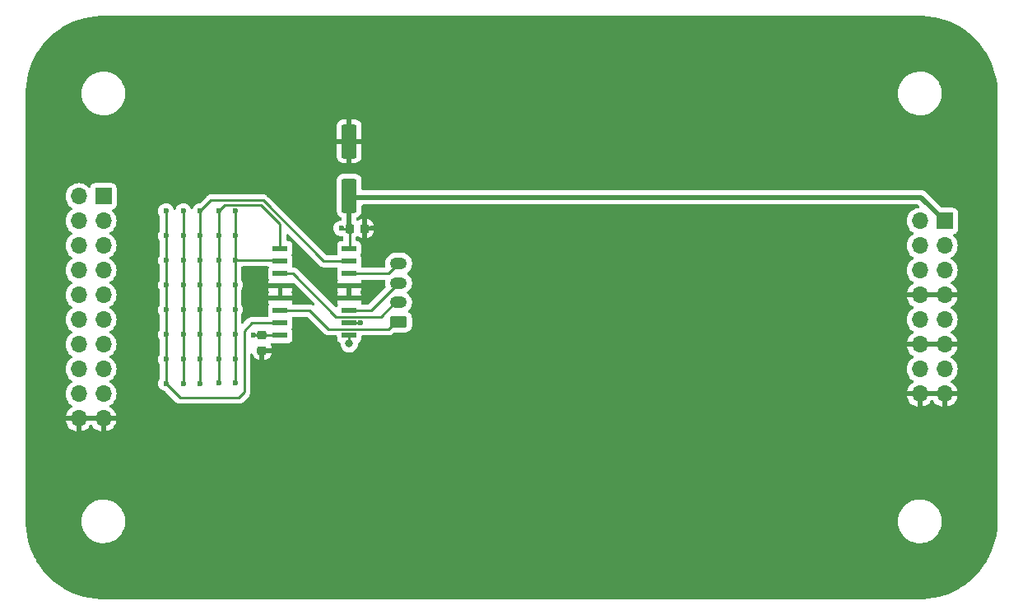
<source format=gbr>
%TF.GenerationSoftware,KiCad,Pcbnew,8.0.3*%
%TF.CreationDate,2025-07-14T16:29:20+02:00*%
%TF.ProjectId,ScxhrittmotorBoard,53637868-7269-4747-946d-6f746f72426f,rev?*%
%TF.SameCoordinates,Original*%
%TF.FileFunction,Copper,L1,Top*%
%TF.FilePolarity,Positive*%
%FSLAX46Y46*%
G04 Gerber Fmt 4.6, Leading zero omitted, Abs format (unit mm)*
G04 Created by KiCad (PCBNEW 8.0.3) date 2025-07-14 16:29:20*
%MOMM*%
%LPD*%
G01*
G04 APERTURE LIST*
G04 Aperture macros list*
%AMRoundRect*
0 Rectangle with rounded corners*
0 $1 Rounding radius*
0 $2 $3 $4 $5 $6 $7 $8 $9 X,Y pos of 4 corners*
0 Add a 4 corners polygon primitive as box body*
4,1,4,$2,$3,$4,$5,$6,$7,$8,$9,$2,$3,0*
0 Add four circle primitives for the rounded corners*
1,1,$1+$1,$2,$3*
1,1,$1+$1,$4,$5*
1,1,$1+$1,$6,$7*
1,1,$1+$1,$8,$9*
0 Add four rect primitives between the rounded corners*
20,1,$1+$1,$2,$3,$4,$5,0*
20,1,$1+$1,$4,$5,$6,$7,0*
20,1,$1+$1,$6,$7,$8,$9,0*
20,1,$1+$1,$8,$9,$2,$3,0*%
G04 Aperture macros list end*
%TA.AperFunction,SMDPad,CuDef*%
%ADD10R,1.500000X0.600000*%
%TD*%
%TA.AperFunction,SMDPad,CuDef*%
%ADD11RoundRect,0.225000X-0.225000X-0.250000X0.225000X-0.250000X0.225000X0.250000X-0.225000X0.250000X0*%
%TD*%
%TA.AperFunction,ComponentPad*%
%ADD12RoundRect,0.250000X0.625000X-0.350000X0.625000X0.350000X-0.625000X0.350000X-0.625000X-0.350000X0*%
%TD*%
%TA.AperFunction,ComponentPad*%
%ADD13O,1.750000X1.200000*%
%TD*%
%TA.AperFunction,SMDPad,CuDef*%
%ADD14RoundRect,0.225000X-0.250000X0.225000X-0.250000X-0.225000X0.250000X-0.225000X0.250000X0.225000X0*%
%TD*%
%TA.AperFunction,SMDPad,CuDef*%
%ADD15RoundRect,0.250000X0.550000X-1.500000X0.550000X1.500000X-0.550000X1.500000X-0.550000X-1.500000X0*%
%TD*%
%TA.AperFunction,ComponentPad*%
%ADD16R,1.700000X1.700000*%
%TD*%
%TA.AperFunction,ComponentPad*%
%ADD17O,1.700000X1.700000*%
%TD*%
%TA.AperFunction,ViaPad*%
%ADD18C,0.600000*%
%TD*%
%TA.AperFunction,ViaPad*%
%ADD19C,0.800000*%
%TD*%
%TA.AperFunction,Conductor*%
%ADD20C,0.250000*%
%TD*%
%TA.AperFunction,Conductor*%
%ADD21C,0.508000*%
%TD*%
G04 APERTURE END LIST*
D10*
%TO.P,U1,1,EN1\u002C2*%
%TO.N,Motor_EN*%
X121732200Y-92192000D03*
%TO.P,U1,2,1A*%
%TO.N,Motor_1A*%
X121732200Y-93462000D03*
%TO.P,U1,3,1Y*%
%TO.N,Net-(J1-Pin_2)*%
X121732200Y-94732000D03*
%TO.P,U1,4,GND*%
%TO.N,GND*%
X121732200Y-96002000D03*
%TO.P,U1,5,GND*%
X121732200Y-97272000D03*
%TO.P,U1,6,2Y*%
%TO.N,Net-(J1-Pin_1)*%
X121732200Y-98542000D03*
%TO.P,U1,7,2A*%
%TO.N,Motor_2A*%
X121732200Y-99812000D03*
%TO.P,U1,8,VCC2*%
%TO.N,+12V*%
X121732200Y-101082000D03*
%TO.P,U1,9,EN3\u002C4*%
%TO.N,Motor_EN*%
X128832200Y-101082000D03*
%TO.P,U1,10,3A*%
%TO.N,Motor_3A*%
X128832200Y-99812000D03*
%TO.P,U1,11,3Y*%
%TO.N,Net-(J1-Pin_3)*%
X128832200Y-98542000D03*
%TO.P,U1,12,GND*%
%TO.N,GND*%
X128832200Y-97272000D03*
%TO.P,U1,13,GND*%
X128832200Y-96002000D03*
%TO.P,U1,14,4Y*%
%TO.N,Net-(J1-Pin_4)*%
X128832200Y-94732000D03*
%TO.P,U1,15,4A*%
%TO.N,Motor_4A*%
X128832200Y-93462000D03*
%TO.P,U1,16,VCC1*%
%TO.N,+12V*%
X128832200Y-92192000D03*
%TD*%
D11*
%TO.P,C1,1*%
%TO.N,+12V*%
X128856600Y-90109200D03*
%TO.P,C1,2*%
%TO.N,GND*%
X130406600Y-90109200D03*
%TD*%
D12*
%TO.P,J1,1,Pin_1*%
%TO.N,Net-(J1-Pin_1)*%
X133907600Y-99713200D03*
D13*
%TO.P,J1,2,Pin_2*%
%TO.N,Net-(J1-Pin_2)*%
X133907600Y-97713200D03*
%TO.P,J1,3,Pin_3*%
%TO.N,Net-(J1-Pin_3)*%
X133907600Y-95713200D03*
%TO.P,J1,4,Pin_4*%
%TO.N,Net-(J1-Pin_4)*%
X133907600Y-93713200D03*
%TD*%
D14*
%TO.P,C2,1*%
%TO.N,+12V*%
X119862600Y-101104400D03*
%TO.P,C2,2*%
%TO.N,GND*%
X119862600Y-102654400D03*
%TD*%
D15*
%TO.P,C3,1*%
%TO.N,+12V*%
X128812800Y-86737000D03*
%TO.P,C3,2*%
%TO.N,GND*%
X128812800Y-81137000D03*
%TD*%
D16*
%TO.P,J3,1,Pin_1*%
%TO.N,+12V*%
X190075546Y-89335546D03*
D17*
%TO.P,J3,2,Pin_2*%
%TO.N,unconnected-(J3-Pin_2-Pad2)*%
X187535546Y-89335546D03*
%TO.P,J3,3,Pin_3*%
%TO.N,unconnected-(J3-Pin_3-Pad3)*%
X190075546Y-91875546D03*
%TO.P,J3,4,Pin_4*%
%TO.N,unconnected-(J3-Pin_4-Pad4)*%
X187535546Y-91875546D03*
%TO.P,J3,5,Pin_5*%
%TO.N,unconnected-(J3-Pin_5-Pad5)*%
X190075546Y-94415546D03*
%TO.P,J3,6,Pin_6*%
%TO.N,unconnected-(J3-Pin_6-Pad6)*%
X187535546Y-94415546D03*
%TO.P,J3,7,Pin_7*%
%TO.N,GND*%
X190075546Y-96955546D03*
%TO.P,J3,8,Pin_8*%
X187535546Y-96955546D03*
%TO.P,J3,9,Pin_9*%
%TO.N,unconnected-(J3-Pin_9-Pad9)*%
X190075546Y-99495546D03*
%TO.P,J3,10,Pin_10*%
%TO.N,unconnected-(J3-Pin_10-Pad10)*%
X187535546Y-99495546D03*
%TO.P,J3,11,Pin_11*%
%TO.N,GND*%
X190075546Y-102035546D03*
%TO.P,J3,12,Pin_12*%
X187535546Y-102035546D03*
%TO.P,J3,13,Pin_13*%
%TO.N,unconnected-(J3-Pin_13-Pad13)*%
X190075546Y-104575546D03*
%TO.P,J3,14,Pin_14*%
%TO.N,unconnected-(J3-Pin_14-Pad14)*%
X187535546Y-104575546D03*
%TO.P,J3,15,Pin_15*%
%TO.N,GND*%
X190075546Y-107115546D03*
%TO.P,J3,16,Pin_16*%
X187535546Y-107115546D03*
%TD*%
D16*
%TO.P,J2,1,Pin_1*%
%TO.N,unconnected-(J2-Pin_1-Pad1)*%
X103535546Y-86795546D03*
D17*
%TO.P,J2,2,Pin_2*%
%TO.N,unconnected-(J2-Pin_2-Pad2)*%
X100995546Y-86795546D03*
%TO.P,J2,3,Pin_3*%
%TO.N,unconnected-(J2-Pin_3-Pad3)*%
X103535546Y-89335546D03*
%TO.P,J2,4,Pin_4*%
%TO.N,DIO0*%
X100995546Y-89335546D03*
%TO.P,J2,5,Pin_5*%
%TO.N,unconnected-(J2-Pin_5-Pad5)*%
X103535546Y-91875546D03*
%TO.P,J2,6,Pin_6*%
%TO.N,DIO1*%
X100995546Y-91875546D03*
%TO.P,J2,7,Pin_7*%
%TO.N,unconnected-(J2-Pin_7-Pad7)*%
X103535546Y-94415546D03*
%TO.P,J2,8,Pin_8*%
%TO.N,DIO2*%
X100995546Y-94415546D03*
%TO.P,J2,9,Pin_9*%
%TO.N,unconnected-(J2-Pin_9-Pad9)*%
X103535546Y-96955546D03*
%TO.P,J2,10,Pin_10*%
%TO.N,DIO3*%
X100995546Y-96955546D03*
%TO.P,J2,11,Pin_11*%
%TO.N,unconnected-(J2-Pin_11-Pad11)*%
X103535546Y-99495546D03*
%TO.P,J2,12,Pin_12*%
%TO.N,DIO4*%
X100995546Y-99495546D03*
%TO.P,J2,13,Pin_13*%
%TO.N,unconnected-(J2-Pin_13-Pad13)*%
X103535546Y-102035546D03*
%TO.P,J2,14,Pin_14*%
%TO.N,DIO5*%
X100995546Y-102035546D03*
%TO.P,J2,15,Pin_15*%
%TO.N,unconnected-(J2-Pin_15-Pad15)*%
X103535546Y-104575546D03*
%TO.P,J2,16,Pin_16*%
%TO.N,DIO6*%
X100995546Y-104575546D03*
%TO.P,J2,17,Pin_17*%
%TO.N,unconnected-(J2-Pin_17-Pad17)*%
X103535546Y-107115546D03*
%TO.P,J2,18,Pin_18*%
%TO.N,DIO7*%
X100995546Y-107115546D03*
%TO.P,J2,19,Pin_19*%
%TO.N,GND*%
X103535546Y-109655546D03*
%TO.P,J2,20,Pin_20*%
X100995546Y-109655546D03*
%TD*%
D18*
%TO.N,GND*%
X119862600Y-103454200D03*
X130048000Y-96012000D03*
X131241800Y-90093800D03*
X120548400Y-96012000D03*
X120548400Y-97256600D03*
X130022600Y-97256600D03*
%TO.N,Motor_EN*%
X115417727Y-90836146D03*
X115417727Y-100996146D03*
X115417727Y-95916146D03*
D19*
X128828800Y-101955600D03*
D18*
X115417727Y-98456146D03*
X115417727Y-106021346D03*
X115417727Y-103536146D03*
X115417727Y-88296146D03*
X115417727Y-93376146D03*
%TO.N,Motor_1A*%
X117092127Y-93374146D03*
X117092127Y-90834146D03*
X117092127Y-98454146D03*
X117092127Y-106019346D03*
X117092127Y-95914146D03*
X117092127Y-88294146D03*
X117092127Y-103534146D03*
X117092127Y-100994146D03*
%TO.N,Motor_4A*%
X113510727Y-101019546D03*
X113510727Y-93399546D03*
X113510727Y-103559546D03*
X113510727Y-106044746D03*
X113510727Y-95939546D03*
X113510727Y-90859546D03*
X113510727Y-98479546D03*
X113510727Y-88319546D03*
%TO.N,Motor_3A*%
X111758127Y-88319546D03*
X111758127Y-90859546D03*
X111758127Y-103559546D03*
X111758127Y-98479546D03*
X111758127Y-93399546D03*
X129961800Y-99812000D03*
X111758127Y-101019546D03*
X111758127Y-106044746D03*
X111758127Y-95939546D03*
%TO.N,Motor_2A*%
X109980127Y-106044746D03*
X109980127Y-95939546D03*
X109980127Y-103559546D03*
X109980127Y-88319546D03*
X109980127Y-93399546D03*
X109980127Y-101019546D03*
X109980127Y-90859546D03*
X109980127Y-98479546D03*
%TO.N,+12V*%
X118973600Y-101092000D03*
X128016000Y-90093800D03*
%TD*%
D20*
%TO.N,GND*%
X119862600Y-103454200D02*
X119862600Y-102654400D01*
D21*
X128842200Y-96012000D02*
X128832200Y-96002000D01*
D20*
X130422000Y-90093800D02*
X130406600Y-90109200D01*
D21*
X128847600Y-97256600D02*
X128832200Y-97272000D01*
X121722200Y-96012000D02*
X121732200Y-96002000D01*
X130022600Y-97256600D02*
X128847600Y-97256600D01*
X120548400Y-97256600D02*
X121716800Y-97256600D01*
D20*
X131241800Y-90093800D02*
X130422000Y-90093800D01*
D21*
X130048000Y-96012000D02*
X128842200Y-96012000D01*
X121716800Y-97256600D02*
X121732200Y-97272000D01*
X120548400Y-96012000D02*
X121722200Y-96012000D01*
D20*
%TO.N,Net-(J1-Pin_1)*%
X124780200Y-98542000D02*
X126695200Y-100457000D01*
X132867400Y-100457000D02*
X133611200Y-99713200D01*
X126695200Y-100457000D02*
X132867400Y-100457000D01*
X133611200Y-99713200D02*
X133907600Y-99713200D01*
X121732200Y-98542000D02*
X124780200Y-98542000D01*
%TO.N,Net-(J1-Pin_2)*%
X133579200Y-97713200D02*
X133907600Y-97713200D01*
X123053000Y-94732000D02*
X127488000Y-99167000D01*
X127488000Y-99167000D02*
X132125400Y-99167000D01*
X121732200Y-94732000D02*
X123053000Y-94732000D01*
X132125400Y-99167000D02*
X133579200Y-97713200D01*
%TO.N,Net-(J1-Pin_3)*%
X131078800Y-98542000D02*
X133907600Y-95713200D01*
X128832200Y-98542000D02*
X131078800Y-98542000D01*
%TO.N,Net-(J1-Pin_4)*%
X128832200Y-94732000D02*
X132888800Y-94732000D01*
X132888800Y-94732000D02*
X133907600Y-93713200D01*
%TO.N,Motor_EN*%
X121732200Y-89626600D02*
X121732200Y-92192000D01*
X128828800Y-101085400D02*
X128832200Y-101082000D01*
X128828800Y-101955600D02*
X128828800Y-101085400D01*
X116038854Y-87669146D02*
X119774746Y-87669146D01*
X115417727Y-105945146D02*
X115341527Y-106021346D01*
X115417727Y-88296146D02*
X115417727Y-105945146D01*
X115417727Y-88296146D02*
X115417727Y-88290273D01*
X119774746Y-87669146D02*
X121732200Y-89626600D01*
X115417727Y-88290273D02*
X116038854Y-87669146D01*
%TO.N,Motor_1A*%
X117092127Y-105943146D02*
X117015927Y-106019346D01*
X117095873Y-93370400D02*
X117092127Y-93374146D01*
X117092127Y-88294146D02*
X117092127Y-105943146D01*
X121640600Y-93370400D02*
X117095873Y-93370400D01*
X121732200Y-93462000D02*
X121640600Y-93370400D01*
%TO.N,Motor_4A*%
X113510727Y-88319546D02*
X113510727Y-88317673D01*
X114609254Y-87219146D02*
X119961142Y-87219146D01*
X126203996Y-93462000D02*
X128832200Y-93462000D01*
X113510727Y-88317673D02*
X114609254Y-87219146D01*
X119961142Y-87219146D02*
X126203996Y-93462000D01*
X113510727Y-105968546D02*
X113434527Y-106044746D01*
X113510727Y-88319546D02*
X113510727Y-105968546D01*
%TO.N,Motor_3A*%
X111758127Y-88319546D02*
X111758127Y-105968546D01*
X129961800Y-99812000D02*
X128832200Y-99812000D01*
X128832200Y-99812000D02*
X128437800Y-99812000D01*
X111759746Y-106044746D02*
X111758127Y-106044746D01*
X111758127Y-105968546D02*
X111681927Y-106044746D01*
%TO.N,Motor_2A*%
X118033800Y-106935396D02*
X118033800Y-100609400D01*
X118831200Y-99812000D02*
X121732200Y-99812000D01*
X117458196Y-107511000D02*
X118033800Y-106935396D01*
X109980127Y-88319546D02*
X109980127Y-105968546D01*
X109980127Y-105968546D02*
X109903927Y-106044746D01*
X111446381Y-107511000D02*
X117458196Y-107511000D01*
X118033800Y-100609400D02*
X118831200Y-99812000D01*
X109980127Y-106044746D02*
X111446381Y-107511000D01*
%TO.N,+12V*%
X121732200Y-101082000D02*
X118983600Y-101082000D01*
D21*
X128812800Y-86737000D02*
X128812800Y-90065400D01*
X190075546Y-89335546D02*
X187633400Y-86893400D01*
D20*
X128031400Y-90109200D02*
X128016000Y-90093800D01*
X118983600Y-101082000D02*
X118973600Y-101092000D01*
X128856600Y-90109200D02*
X128031400Y-90109200D01*
D21*
X187633400Y-86893400D02*
X128969200Y-86893400D01*
X128812800Y-90065400D02*
X128856600Y-90109200D01*
D20*
X128856600Y-92167600D02*
X128832200Y-92192000D01*
X128856600Y-90109200D02*
X128856600Y-92167600D01*
D21*
X128969200Y-86893400D02*
X128812800Y-86737000D01*
D20*
X121744600Y-101094400D02*
X121732200Y-101082000D01*
%TD*%
%TA.AperFunction,Conductor*%
%TO.N,GND*%
G36*
X103069621Y-109462553D02*
G01*
X103035546Y-109589720D01*
X103035546Y-109721372D01*
X103069621Y-109848539D01*
X103102534Y-109905546D01*
X101428558Y-109905546D01*
X101461471Y-109848539D01*
X101495546Y-109721372D01*
X101495546Y-109589720D01*
X101461471Y-109462553D01*
X101428558Y-109405546D01*
X103102534Y-109405546D01*
X103069621Y-109462553D01*
G37*
%TD.AperFunction*%
%TA.AperFunction,Conductor*%
G36*
X189609621Y-106922553D02*
G01*
X189575546Y-107049720D01*
X189575546Y-107181372D01*
X189609621Y-107308539D01*
X189642534Y-107365546D01*
X187968558Y-107365546D01*
X188001471Y-107308539D01*
X188035546Y-107181372D01*
X188035546Y-107049720D01*
X188001471Y-106922553D01*
X187968558Y-106865546D01*
X189642534Y-106865546D01*
X189609621Y-106922553D01*
G37*
%TD.AperFunction*%
%TA.AperFunction,Conductor*%
G36*
X189609621Y-101842553D02*
G01*
X189575546Y-101969720D01*
X189575546Y-102101372D01*
X189609621Y-102228539D01*
X189642534Y-102285546D01*
X187968558Y-102285546D01*
X188001471Y-102228539D01*
X188035546Y-102101372D01*
X188035546Y-101969720D01*
X188001471Y-101842553D01*
X187968558Y-101785546D01*
X189642534Y-101785546D01*
X189609621Y-101842553D01*
G37*
%TD.AperFunction*%
%TA.AperFunction,Conductor*%
G36*
X120502776Y-94015585D02*
G01*
X120548531Y-94068389D01*
X120558475Y-94137547D01*
X120540577Y-94180752D01*
X120542654Y-94181886D01*
X120538402Y-94189671D01*
X120514099Y-94254833D01*
X120488109Y-94324517D01*
X120481700Y-94384127D01*
X120481700Y-94384134D01*
X120481700Y-94384135D01*
X120481700Y-95079870D01*
X120481701Y-95079876D01*
X120488108Y-95139483D01*
X120538402Y-95274328D01*
X120538404Y-95274332D01*
X120552457Y-95293103D01*
X120576876Y-95358567D01*
X120562026Y-95426840D01*
X120552460Y-95441726D01*
X120538846Y-95459911D01*
X120538845Y-95459913D01*
X120488603Y-95594620D01*
X120488601Y-95594627D01*
X120482200Y-95654155D01*
X120482200Y-95752000D01*
X122982200Y-95752000D01*
X122997624Y-95736576D01*
X123058947Y-95703091D01*
X123128639Y-95708075D01*
X123172986Y-95736576D01*
X125233832Y-97797422D01*
X125267317Y-97858745D01*
X125262333Y-97928437D01*
X125220461Y-97984370D01*
X125154997Y-98008787D01*
X125086724Y-97993935D01*
X125077258Y-97988204D01*
X125076485Y-97987687D01*
X125033266Y-97969786D01*
X124990046Y-97951884D01*
X124990044Y-97951882D01*
X124962655Y-97940538D01*
X124962653Y-97940537D01*
X124962652Y-97940537D01*
X124902229Y-97928518D01*
X124901822Y-97928437D01*
X124841810Y-97916500D01*
X124841807Y-97916500D01*
X124841806Y-97916500D01*
X123065949Y-97916500D01*
X122998910Y-97896815D01*
X122953155Y-97844011D01*
X122943211Y-97774853D01*
X122949767Y-97749166D01*
X122975797Y-97679376D01*
X122975798Y-97679372D01*
X122982199Y-97619844D01*
X122982200Y-97619827D01*
X122982200Y-97522000D01*
X120482200Y-97522000D01*
X120482200Y-97619844D01*
X120488601Y-97679372D01*
X120488603Y-97679379D01*
X120538845Y-97814086D01*
X120538848Y-97814092D01*
X120552459Y-97832274D01*
X120576875Y-97897739D01*
X120562022Y-97966012D01*
X120552460Y-97980892D01*
X120538403Y-97999670D01*
X120538402Y-97999671D01*
X120489784Y-98130026D01*
X120488109Y-98134517D01*
X120481700Y-98194127D01*
X120481700Y-98194134D01*
X120481700Y-98194135D01*
X120481700Y-98889870D01*
X120481701Y-98889876D01*
X120488108Y-98949483D01*
X120514099Y-99019167D01*
X120519083Y-99088859D01*
X120485598Y-99150182D01*
X120424274Y-99183666D01*
X120397917Y-99186500D01*
X118769589Y-99186500D01*
X118709171Y-99198518D01*
X118665943Y-99207116D01*
X118648746Y-99210537D01*
X118608175Y-99227343D01*
X118608174Y-99227343D01*
X118534919Y-99257685D01*
X118534910Y-99257690D01*
X118524100Y-99264914D01*
X118524099Y-99264915D01*
X118432468Y-99326140D01*
X118388905Y-99369703D01*
X118345342Y-99413267D01*
X117929308Y-99829301D01*
X117867985Y-99862786D01*
X117798293Y-99857802D01*
X117742360Y-99815930D01*
X117717943Y-99750466D01*
X117717627Y-99741620D01*
X117717627Y-98999000D01*
X117736634Y-98933027D01*
X117817915Y-98803670D01*
X117817916Y-98803668D01*
X117877495Y-98633401D01*
X117878538Y-98624143D01*
X117897692Y-98454149D01*
X117897692Y-98454142D01*
X117877496Y-98274896D01*
X117877495Y-98274891D01*
X117872973Y-98261967D01*
X117817916Y-98104624D01*
X117736632Y-97975262D01*
X117717627Y-97909291D01*
X117717627Y-96459000D01*
X117736634Y-96393027D01*
X117763768Y-96349844D01*
X120482200Y-96349844D01*
X120488601Y-96409372D01*
X120488603Y-96409379D01*
X120538845Y-96544086D01*
X120538846Y-96544087D01*
X120552772Y-96562691D01*
X120577187Y-96628156D01*
X120562334Y-96696429D01*
X120552772Y-96711309D01*
X120538846Y-96729912D01*
X120538845Y-96729913D01*
X120488603Y-96864620D01*
X120488601Y-96864627D01*
X120482200Y-96924155D01*
X120482200Y-97022000D01*
X121482200Y-97022000D01*
X121982200Y-97022000D01*
X122982200Y-97022000D01*
X122982200Y-96924172D01*
X122982199Y-96924155D01*
X122975798Y-96864627D01*
X122975797Y-96864623D01*
X122925551Y-96729908D01*
X122911630Y-96711313D01*
X122887211Y-96645849D01*
X122902061Y-96577576D01*
X122911630Y-96562687D01*
X122925551Y-96544091D01*
X122975797Y-96409376D01*
X122975798Y-96409372D01*
X122982199Y-96349844D01*
X122982200Y-96349827D01*
X122982200Y-96252000D01*
X121982200Y-96252000D01*
X121982200Y-97022000D01*
X121482200Y-97022000D01*
X121482200Y-96252000D01*
X120482200Y-96252000D01*
X120482200Y-96349844D01*
X117763768Y-96349844D01*
X117817915Y-96263670D01*
X117817916Y-96263668D01*
X117877495Y-96093401D01*
X117878501Y-96084472D01*
X117897692Y-95914149D01*
X117897692Y-95914142D01*
X117877496Y-95734896D01*
X117877495Y-95734891D01*
X117868112Y-95708075D01*
X117817916Y-95564624D01*
X117736632Y-95435262D01*
X117717627Y-95369291D01*
X117717627Y-94119900D01*
X117737312Y-94052861D01*
X117790116Y-94007106D01*
X117841627Y-93995900D01*
X120435737Y-93995900D01*
X120502776Y-94015585D01*
G37*
%TD.AperFunction*%
%TA.AperFunction,Conductor*%
G36*
X122562903Y-90705943D02*
G01*
X122569381Y-90711975D01*
X125715012Y-93857606D01*
X125715041Y-93857637D01*
X125805260Y-93947856D01*
X125805263Y-93947858D01*
X125863605Y-93986840D01*
X125863606Y-93986842D01*
X125877163Y-93995900D01*
X125907711Y-94016312D01*
X125974392Y-94043931D01*
X125974394Y-94043933D01*
X126021539Y-94063461D01*
X126021544Y-94063463D01*
X126021548Y-94063463D01*
X126021549Y-94063464D01*
X126076765Y-94074447D01*
X126076781Y-94074450D01*
X126076801Y-94074454D01*
X126142387Y-94087499D01*
X126142388Y-94087500D01*
X126142389Y-94087500D01*
X126142390Y-94087500D01*
X127497917Y-94087500D01*
X127564956Y-94107185D01*
X127610711Y-94159989D01*
X127620655Y-94229147D01*
X127614099Y-94254833D01*
X127588109Y-94324517D01*
X127581700Y-94384127D01*
X127581700Y-94384134D01*
X127581700Y-94384135D01*
X127581700Y-95079870D01*
X127581701Y-95079876D01*
X127588108Y-95139483D01*
X127638402Y-95274328D01*
X127638404Y-95274332D01*
X127652457Y-95293103D01*
X127676876Y-95358567D01*
X127662026Y-95426840D01*
X127652460Y-95441726D01*
X127638846Y-95459911D01*
X127638845Y-95459913D01*
X127588603Y-95594620D01*
X127588601Y-95594627D01*
X127582200Y-95654155D01*
X127582200Y-95752000D01*
X130082200Y-95752000D01*
X130082200Y-95654172D01*
X130082199Y-95654155D01*
X130075798Y-95594627D01*
X130075797Y-95594623D01*
X130049767Y-95524834D01*
X130044783Y-95455143D01*
X130078267Y-95393819D01*
X130139590Y-95360334D01*
X130165949Y-95357500D01*
X132429534Y-95357500D01*
X132496573Y-95377185D01*
X132542328Y-95429989D01*
X132552272Y-95499147D01*
X132552007Y-95500897D01*
X132532100Y-95626588D01*
X132532100Y-95799810D01*
X132559198Y-95970902D01*
X132559198Y-95970905D01*
X132586262Y-96054197D01*
X132588257Y-96124038D01*
X132556012Y-96180196D01*
X130856029Y-97880181D01*
X130794706Y-97913666D01*
X130768348Y-97916500D01*
X130165949Y-97916500D01*
X130098910Y-97896815D01*
X130053155Y-97844011D01*
X130043211Y-97774853D01*
X130049767Y-97749166D01*
X130075797Y-97679376D01*
X130075798Y-97679372D01*
X130082199Y-97619844D01*
X130082200Y-97619827D01*
X130082200Y-97522000D01*
X127582200Y-97522000D01*
X127582200Y-97619844D01*
X127588601Y-97679372D01*
X127588603Y-97679379D01*
X127638845Y-97814086D01*
X127638848Y-97814092D01*
X127652459Y-97832274D01*
X127676875Y-97897739D01*
X127662022Y-97966012D01*
X127652460Y-97980892D01*
X127638403Y-97999670D01*
X127638402Y-97999671D01*
X127588165Y-98134364D01*
X127546293Y-98190298D01*
X127480829Y-98214715D01*
X127412556Y-98199863D01*
X127384302Y-98178712D01*
X125555434Y-96349844D01*
X127582200Y-96349844D01*
X127588601Y-96409372D01*
X127588603Y-96409379D01*
X127638845Y-96544086D01*
X127638846Y-96544087D01*
X127652772Y-96562691D01*
X127677187Y-96628156D01*
X127662334Y-96696429D01*
X127652772Y-96711309D01*
X127638846Y-96729912D01*
X127638845Y-96729913D01*
X127588603Y-96864620D01*
X127588601Y-96864627D01*
X127582200Y-96924155D01*
X127582200Y-97022000D01*
X128582200Y-97022000D01*
X129082200Y-97022000D01*
X130082200Y-97022000D01*
X130082200Y-96924172D01*
X130082199Y-96924155D01*
X130075798Y-96864627D01*
X130075797Y-96864623D01*
X130025551Y-96729908D01*
X130011630Y-96711313D01*
X129987211Y-96645849D01*
X130002061Y-96577576D01*
X130011630Y-96562687D01*
X130025551Y-96544091D01*
X130075797Y-96409376D01*
X130075798Y-96409372D01*
X130082199Y-96349844D01*
X130082200Y-96349827D01*
X130082200Y-96252000D01*
X129082200Y-96252000D01*
X129082200Y-97022000D01*
X128582200Y-97022000D01*
X128582200Y-96252000D01*
X127582200Y-96252000D01*
X127582200Y-96349844D01*
X125555434Y-96349844D01*
X123543198Y-94337608D01*
X123543178Y-94337586D01*
X123451733Y-94246141D01*
X123390326Y-94205111D01*
X123355569Y-94181886D01*
X123349285Y-94177687D01*
X123306556Y-94159989D01*
X123268792Y-94144347D01*
X123235453Y-94130537D01*
X123225427Y-94128543D01*
X123175029Y-94118518D01*
X123114610Y-94106500D01*
X123114607Y-94106500D01*
X123114606Y-94106500D01*
X123066483Y-94106500D01*
X122999444Y-94086815D01*
X122953689Y-94034011D01*
X122943745Y-93964853D01*
X122950301Y-93939167D01*
X122962625Y-93906124D01*
X122976291Y-93869483D01*
X122982700Y-93809873D01*
X122982699Y-93114128D01*
X122976291Y-93054517D01*
X122974616Y-93050026D01*
X122925997Y-92919670D01*
X122925996Y-92919669D01*
X122921781Y-92914039D01*
X122912253Y-92901311D01*
X122887835Y-92835850D01*
X122902685Y-92767576D01*
X122912250Y-92752691D01*
X122925996Y-92734331D01*
X122976291Y-92599483D01*
X122982700Y-92539873D01*
X122982699Y-91844128D01*
X122976291Y-91784517D01*
X122925996Y-91649669D01*
X122925995Y-91649668D01*
X122925993Y-91649664D01*
X122839747Y-91534455D01*
X122839744Y-91534452D01*
X122724535Y-91448206D01*
X122724528Y-91448202D01*
X122589682Y-91397908D01*
X122589683Y-91397908D01*
X122530083Y-91391501D01*
X122530081Y-91391500D01*
X122530073Y-91391500D01*
X122530065Y-91391500D01*
X122481700Y-91391500D01*
X122414661Y-91371815D01*
X122368906Y-91319011D01*
X122357700Y-91267500D01*
X122357700Y-90799656D01*
X122377385Y-90732617D01*
X122430189Y-90686862D01*
X122499347Y-90676918D01*
X122562903Y-90705943D01*
G37*
%TD.AperFunction*%
%TA.AperFunction,Conductor*%
G36*
X189609621Y-96762553D02*
G01*
X189575546Y-96889720D01*
X189575546Y-97021372D01*
X189609621Y-97148539D01*
X189642534Y-97205546D01*
X187968558Y-97205546D01*
X188001471Y-97148539D01*
X188035546Y-97021372D01*
X188035546Y-96889720D01*
X188001471Y-96762553D01*
X187968558Y-96705546D01*
X189642534Y-96705546D01*
X189609621Y-96762553D01*
G37*
%TD.AperFunction*%
%TA.AperFunction,Conductor*%
G36*
X187536106Y-68225551D02*
G01*
X187817310Y-68228061D01*
X187825025Y-68228371D01*
X188386574Y-68268537D01*
X188395332Y-68269478D01*
X188952042Y-68349525D01*
X188960742Y-68351095D01*
X189510306Y-68470648D01*
X189518841Y-68472826D01*
X190058490Y-68631285D01*
X190066867Y-68634073D01*
X190593832Y-68830624D01*
X190601994Y-68834006D01*
X191113570Y-69067638D01*
X191121476Y-69071595D01*
X191615068Y-69341121D01*
X191615096Y-69341136D01*
X191622708Y-69345653D01*
X192095817Y-69649706D01*
X192103088Y-69654754D01*
X192553313Y-69991792D01*
X192560205Y-69997346D01*
X192985235Y-70365640D01*
X192991714Y-70371672D01*
X193389397Y-70769360D01*
X193395415Y-70775824D01*
X193763695Y-71200847D01*
X193763710Y-71200864D01*
X193769263Y-71207756D01*
X194106290Y-71657975D01*
X194111339Y-71665246D01*
X194415382Y-72138353D01*
X194415396Y-72138374D01*
X194419913Y-72145987D01*
X194689439Y-72639594D01*
X194693401Y-72647509D01*
X194927030Y-73159093D01*
X194930417Y-73167271D01*
X195126952Y-73694211D01*
X195129747Y-73702610D01*
X195288187Y-74242222D01*
X195290376Y-74250798D01*
X195409920Y-74800343D01*
X195411492Y-74809055D01*
X195491527Y-75365735D01*
X195492473Y-75374536D01*
X195532631Y-75936066D01*
X195532942Y-75943765D01*
X195535541Y-76225004D01*
X195535546Y-76226150D01*
X195535546Y-120225039D01*
X195535541Y-120226120D01*
X195533090Y-120507287D01*
X195532779Y-120515052D01*
X195492619Y-121076565D01*
X195491673Y-121085366D01*
X195411633Y-121642056D01*
X195410061Y-121650767D01*
X195290515Y-122200314D01*
X195288326Y-122208891D01*
X195129878Y-122748516D01*
X195127083Y-122756914D01*
X194930539Y-123283870D01*
X194927151Y-123292048D01*
X194693525Y-123803618D01*
X194689563Y-123811534D01*
X194420023Y-124305158D01*
X194415507Y-124312770D01*
X194111447Y-124785897D01*
X194106405Y-124793158D01*
X193769369Y-125243385D01*
X193763815Y-125250278D01*
X193395507Y-125675328D01*
X193389475Y-125681806D01*
X192991806Y-126079475D01*
X192985328Y-126085507D01*
X192560278Y-126453815D01*
X192553385Y-126459369D01*
X192103158Y-126796405D01*
X192095897Y-126801447D01*
X191769385Y-127011283D01*
X191622770Y-127105507D01*
X191615158Y-127110023D01*
X191121534Y-127379563D01*
X191113618Y-127383525D01*
X190602048Y-127617151D01*
X190593870Y-127620539D01*
X190066914Y-127817083D01*
X190058516Y-127819878D01*
X189518891Y-127978326D01*
X189510314Y-127980515D01*
X188960767Y-128100061D01*
X188952056Y-128101633D01*
X188395366Y-128181673D01*
X188386565Y-128182619D01*
X187825052Y-128222779D01*
X187817287Y-128223090D01*
X187539358Y-128225512D01*
X187536118Y-128225541D01*
X187535040Y-128225546D01*
X103536093Y-128225546D01*
X103534986Y-128225541D01*
X103253790Y-128223031D01*
X103246051Y-128222720D01*
X102684533Y-128182560D01*
X102675732Y-128181614D01*
X102119046Y-128101574D01*
X102110335Y-128100002D01*
X101560793Y-127980456D01*
X101552216Y-127978267D01*
X101012600Y-127819821D01*
X101004201Y-127817026D01*
X100477241Y-127620480D01*
X100469064Y-127617092D01*
X99957503Y-127383470D01*
X99949587Y-127379508D01*
X99455967Y-127109970D01*
X99448355Y-127105453D01*
X98975249Y-126801406D01*
X98967978Y-126796358D01*
X98517742Y-126459316D01*
X98510849Y-126453762D01*
X98085808Y-126085461D01*
X98079330Y-126079429D01*
X97681664Y-125681763D01*
X97675632Y-125675285D01*
X97307327Y-125250238D01*
X97301773Y-125243345D01*
X96964741Y-124793122D01*
X96959712Y-124785880D01*
X96655631Y-124312721D01*
X96651125Y-124305125D01*
X96596844Y-124205717D01*
X96381579Y-123811489D01*
X96377634Y-123803606D01*
X96143998Y-123292014D01*
X96140622Y-123283864D01*
X95944067Y-122756883D01*
X95941275Y-122748491D01*
X95861501Y-122476806D01*
X95782829Y-122208874D01*
X95780641Y-122200298D01*
X95679749Y-121736501D01*
X95661094Y-121650746D01*
X95659524Y-121642045D01*
X95656577Y-121621545D01*
X95579481Y-121085338D01*
X95578539Y-121076565D01*
X95538377Y-120515029D01*
X95538067Y-120507302D01*
X95535551Y-120226103D01*
X95535548Y-120225544D01*
X101283028Y-120225544D01*
X101283028Y-120225546D01*
X101303125Y-120525773D01*
X101303127Y-120525783D01*
X101363062Y-120820653D01*
X101461766Y-121104906D01*
X101461768Y-121104909D01*
X101597472Y-121373461D01*
X101597475Y-121373466D01*
X101597476Y-121373467D01*
X101767771Y-121621544D01*
X101969613Y-121844709D01*
X102199398Y-122038981D01*
X102453027Y-122200891D01*
X102453028Y-122200891D01*
X102453029Y-122200892D01*
X102474944Y-122211061D01*
X102725974Y-122327552D01*
X103013367Y-122416702D01*
X103310079Y-122466751D01*
X103610814Y-122476806D01*
X103910206Y-122446687D01*
X104202912Y-122376932D01*
X104483709Y-122268785D01*
X104747586Y-122124176D01*
X104989834Y-121945686D01*
X105206131Y-121736501D01*
X105392615Y-121500352D01*
X105545961Y-121241454D01*
X105663430Y-120964428D01*
X105742927Y-120674216D01*
X105783034Y-120375998D01*
X105785546Y-120225546D01*
X105785546Y-120225544D01*
X185283028Y-120225544D01*
X185283028Y-120225546D01*
X185303125Y-120525773D01*
X185303127Y-120525783D01*
X185363062Y-120820653D01*
X185461766Y-121104906D01*
X185461768Y-121104909D01*
X185597472Y-121373461D01*
X185597475Y-121373466D01*
X185597476Y-121373467D01*
X185767771Y-121621544D01*
X185969613Y-121844709D01*
X186199398Y-122038981D01*
X186453027Y-122200891D01*
X186453028Y-122200891D01*
X186453029Y-122200892D01*
X186474944Y-122211061D01*
X186725974Y-122327552D01*
X187013367Y-122416702D01*
X187310079Y-122466751D01*
X187610814Y-122476806D01*
X187910206Y-122446687D01*
X188202912Y-122376932D01*
X188483709Y-122268785D01*
X188747586Y-122124176D01*
X188989834Y-121945686D01*
X189206131Y-121736501D01*
X189392615Y-121500352D01*
X189545961Y-121241454D01*
X189663430Y-120964428D01*
X189742927Y-120674216D01*
X189783034Y-120375998D01*
X189785546Y-120225546D01*
X189783034Y-120075094D01*
X189742927Y-119776876D01*
X189663430Y-119486664D01*
X189545961Y-119209638D01*
X189467772Y-119077630D01*
X189392615Y-118950739D01*
X189206130Y-118714590D01*
X188989841Y-118505413D01*
X188989834Y-118505406D01*
X188747586Y-118326916D01*
X188483717Y-118182311D01*
X188483712Y-118182308D01*
X188483709Y-118182307D01*
X188483705Y-118182305D01*
X188483702Y-118182304D01*
X188202916Y-118074161D01*
X188202912Y-118074160D01*
X187910206Y-118004405D01*
X187910203Y-118004404D01*
X187610818Y-117974286D01*
X187610814Y-117974286D01*
X187310079Y-117984341D01*
X187013366Y-118034390D01*
X186885160Y-118074160D01*
X186725974Y-118123540D01*
X186725967Y-118123543D01*
X186725965Y-118123544D01*
X186453029Y-118250199D01*
X186453027Y-118250201D01*
X186199401Y-118412108D01*
X185969614Y-118606381D01*
X185767773Y-118829545D01*
X185767772Y-118829546D01*
X185597472Y-119077630D01*
X185461768Y-119346182D01*
X185461766Y-119346185D01*
X185363062Y-119630438D01*
X185303127Y-119925308D01*
X185303125Y-119925318D01*
X185283028Y-120225544D01*
X105785546Y-120225544D01*
X105783034Y-120075094D01*
X105742927Y-119776876D01*
X105663430Y-119486664D01*
X105545961Y-119209638D01*
X105467772Y-119077630D01*
X105392615Y-118950739D01*
X105206130Y-118714590D01*
X104989841Y-118505413D01*
X104989834Y-118505406D01*
X104747586Y-118326916D01*
X104483717Y-118182311D01*
X104483712Y-118182308D01*
X104483709Y-118182307D01*
X104483705Y-118182305D01*
X104483702Y-118182304D01*
X104202916Y-118074161D01*
X104202912Y-118074160D01*
X103910206Y-118004405D01*
X103910203Y-118004404D01*
X103610818Y-117974286D01*
X103610814Y-117974286D01*
X103310079Y-117984341D01*
X103013366Y-118034390D01*
X102885160Y-118074160D01*
X102725974Y-118123540D01*
X102725967Y-118123543D01*
X102725965Y-118123544D01*
X102453029Y-118250199D01*
X102453027Y-118250201D01*
X102199401Y-118412108D01*
X101969614Y-118606381D01*
X101767773Y-118829545D01*
X101767772Y-118829546D01*
X101597472Y-119077630D01*
X101461768Y-119346182D01*
X101461766Y-119346185D01*
X101363062Y-119630438D01*
X101303127Y-119925308D01*
X101303125Y-119925318D01*
X101283028Y-120225544D01*
X95535548Y-120225544D01*
X95535546Y-120224994D01*
X95535546Y-86795545D01*
X99639887Y-86795545D01*
X99639887Y-86795546D01*
X99660482Y-87030949D01*
X99660484Y-87030959D01*
X99721640Y-87259201D01*
X99721642Y-87259205D01*
X99721643Y-87259209D01*
X99806045Y-87440209D01*
X99821511Y-87473376D01*
X99821513Y-87473380D01*
X99957047Y-87666941D01*
X99957052Y-87666948D01*
X100124143Y-87834039D01*
X100124149Y-87834044D01*
X100309704Y-87963971D01*
X100353329Y-88018548D01*
X100360523Y-88088046D01*
X100329000Y-88150401D01*
X100309704Y-88167121D01*
X100124143Y-88297051D01*
X99957051Y-88464143D01*
X99821511Y-88657715D01*
X99821510Y-88657717D01*
X99721644Y-88871881D01*
X99721640Y-88871890D01*
X99660484Y-89100132D01*
X99660482Y-89100142D01*
X99639887Y-89335545D01*
X99639887Y-89335546D01*
X99660482Y-89570949D01*
X99660484Y-89570959D01*
X99721640Y-89799201D01*
X99721642Y-89799205D01*
X99721643Y-89799209D01*
X99801550Y-89970569D01*
X99821511Y-90013376D01*
X99821513Y-90013380D01*
X99929827Y-90168067D01*
X99957047Y-90206942D01*
X99957052Y-90206948D01*
X100124143Y-90374039D01*
X100124149Y-90374044D01*
X100309704Y-90503971D01*
X100353329Y-90558548D01*
X100360523Y-90628046D01*
X100329000Y-90690401D01*
X100309704Y-90707121D01*
X100124143Y-90837051D01*
X99957051Y-91004143D01*
X99821511Y-91197715D01*
X99821510Y-91197717D01*
X99721644Y-91411881D01*
X99721640Y-91411890D01*
X99660484Y-91640132D01*
X99660482Y-91640142D01*
X99639887Y-91875545D01*
X99639887Y-91875546D01*
X99660482Y-92110949D01*
X99660484Y-92110959D01*
X99721640Y-92339201D01*
X99721642Y-92339205D01*
X99721643Y-92339209D01*
X99725546Y-92347578D01*
X99821511Y-92553376D01*
X99821513Y-92553380D01*
X99929827Y-92708067D01*
X99957047Y-92746942D01*
X99957052Y-92746948D01*
X100124143Y-92914039D01*
X100124149Y-92914044D01*
X100309704Y-93043971D01*
X100353329Y-93098548D01*
X100360523Y-93168046D01*
X100329000Y-93230401D01*
X100309704Y-93247121D01*
X100124143Y-93377051D01*
X99957051Y-93544143D01*
X99821511Y-93737715D01*
X99821510Y-93737717D01*
X99721644Y-93951881D01*
X99721640Y-93951890D01*
X99660484Y-94180132D01*
X99660482Y-94180142D01*
X99639887Y-94415545D01*
X99639887Y-94415546D01*
X99660482Y-94650949D01*
X99660484Y-94650959D01*
X99721640Y-94879201D01*
X99721642Y-94879205D01*
X99721643Y-94879209D01*
X99725546Y-94887578D01*
X99821511Y-95093376D01*
X99821513Y-95093380D01*
X99851644Y-95136411D01*
X99957047Y-95286942D01*
X99957052Y-95286948D01*
X100124143Y-95454039D01*
X100124149Y-95454044D01*
X100309704Y-95583971D01*
X100353329Y-95638548D01*
X100360523Y-95708046D01*
X100329000Y-95770401D01*
X100309704Y-95787121D01*
X100124143Y-95917051D01*
X99957051Y-96084143D01*
X99821511Y-96277715D01*
X99821510Y-96277717D01*
X99721644Y-96491881D01*
X99721640Y-96491890D01*
X99660484Y-96720132D01*
X99660482Y-96720142D01*
X99639887Y-96955545D01*
X99639887Y-96955546D01*
X99660482Y-97190949D01*
X99660484Y-97190959D01*
X99721640Y-97419201D01*
X99721642Y-97419205D01*
X99721643Y-97419209D01*
X99801143Y-97589697D01*
X99821511Y-97633376D01*
X99821513Y-97633380D01*
X99897220Y-97741500D01*
X99957047Y-97826942D01*
X99957052Y-97826948D01*
X100124143Y-97994039D01*
X100124149Y-97994044D01*
X100309704Y-98123971D01*
X100353329Y-98178548D01*
X100360523Y-98248046D01*
X100329000Y-98310401D01*
X100309704Y-98327121D01*
X100124143Y-98457051D01*
X99957051Y-98624143D01*
X99821511Y-98817715D01*
X99821510Y-98817717D01*
X99721644Y-99031881D01*
X99721640Y-99031890D01*
X99660484Y-99260132D01*
X99660482Y-99260142D01*
X99639887Y-99495545D01*
X99639887Y-99495546D01*
X99660482Y-99730949D01*
X99660484Y-99730959D01*
X99721640Y-99959201D01*
X99721642Y-99959205D01*
X99721643Y-99959209D01*
X99725546Y-99967578D01*
X99821511Y-100173376D01*
X99821513Y-100173380D01*
X99929827Y-100328067D01*
X99957047Y-100366942D01*
X99957052Y-100366948D01*
X100124143Y-100534039D01*
X100124149Y-100534044D01*
X100309704Y-100663971D01*
X100353329Y-100718548D01*
X100360523Y-100788046D01*
X100329000Y-100850401D01*
X100309704Y-100867121D01*
X100124143Y-100997051D01*
X99957051Y-101164143D01*
X99821511Y-101357715D01*
X99821510Y-101357717D01*
X99721644Y-101571881D01*
X99721640Y-101571890D01*
X99660484Y-101800132D01*
X99660482Y-101800142D01*
X99639887Y-102035545D01*
X99639887Y-102035546D01*
X99660482Y-102270949D01*
X99660484Y-102270959D01*
X99721640Y-102499201D01*
X99721642Y-102499205D01*
X99721643Y-102499209D01*
X99781927Y-102628488D01*
X99821511Y-102713376D01*
X99821513Y-102713380D01*
X99929827Y-102868067D01*
X99957047Y-102906942D01*
X99957052Y-102906948D01*
X100124143Y-103074039D01*
X100124149Y-103074044D01*
X100309704Y-103203971D01*
X100353329Y-103258548D01*
X100360523Y-103328046D01*
X100329000Y-103390401D01*
X100309704Y-103407121D01*
X100124143Y-103537051D01*
X99957051Y-103704143D01*
X99821511Y-103897715D01*
X99821510Y-103897717D01*
X99721644Y-104111881D01*
X99721640Y-104111890D01*
X99660484Y-104340132D01*
X99660482Y-104340142D01*
X99639887Y-104575545D01*
X99639887Y-104575546D01*
X99660482Y-104810949D01*
X99660484Y-104810959D01*
X99721640Y-105039201D01*
X99721642Y-105039205D01*
X99721643Y-105039209D01*
X99725546Y-105047578D01*
X99821511Y-105253376D01*
X99821513Y-105253380D01*
X99929827Y-105408067D01*
X99957047Y-105446942D01*
X99957052Y-105446948D01*
X100124143Y-105614039D01*
X100124149Y-105614044D01*
X100309704Y-105743971D01*
X100353329Y-105798548D01*
X100360523Y-105868046D01*
X100329000Y-105930401D01*
X100309704Y-105947121D01*
X100124143Y-106077051D01*
X99957051Y-106244143D01*
X99821511Y-106437715D01*
X99821510Y-106437717D01*
X99721644Y-106651881D01*
X99721640Y-106651890D01*
X99660484Y-106880132D01*
X99660482Y-106880142D01*
X99639887Y-107115545D01*
X99639887Y-107115546D01*
X99660482Y-107350949D01*
X99660484Y-107350959D01*
X99721640Y-107579201D01*
X99721642Y-107579205D01*
X99721643Y-107579209D01*
X99801143Y-107749697D01*
X99821511Y-107793376D01*
X99821513Y-107793380D01*
X99900817Y-107906637D01*
X99957047Y-107986942D01*
X99957052Y-107986948D01*
X100124143Y-108154039D01*
X100124149Y-108154044D01*
X100310140Y-108284276D01*
X100353765Y-108338853D01*
X100360959Y-108408351D01*
X100329436Y-108470706D01*
X100310141Y-108487426D01*
X100124468Y-108617436D01*
X100124466Y-108617437D01*
X99957437Y-108784466D01*
X99957432Y-108784472D01*
X99821946Y-108977966D01*
X99821945Y-108977968D01*
X99722116Y-109192053D01*
X99722113Y-109192059D01*
X99664910Y-109405545D01*
X99664910Y-109405546D01*
X100562534Y-109405546D01*
X100529621Y-109462553D01*
X100495546Y-109589720D01*
X100495546Y-109721372D01*
X100529621Y-109848539D01*
X100562534Y-109905546D01*
X99664910Y-109905546D01*
X99722113Y-110119032D01*
X99722116Y-110119038D01*
X99821945Y-110333124D01*
X99957440Y-110526628D01*
X100124463Y-110693651D01*
X100317967Y-110829146D01*
X100532053Y-110928975D01*
X100532062Y-110928979D01*
X100745546Y-110986180D01*
X100745546Y-110088558D01*
X100802553Y-110121471D01*
X100929720Y-110155546D01*
X101061372Y-110155546D01*
X101188539Y-110121471D01*
X101245546Y-110088558D01*
X101245546Y-110986179D01*
X101459029Y-110928979D01*
X101459038Y-110928975D01*
X101673124Y-110829146D01*
X101866628Y-110693651D01*
X102033651Y-110526628D01*
X102163971Y-110340514D01*
X102218548Y-110296890D01*
X102288047Y-110289697D01*
X102350401Y-110321219D01*
X102367121Y-110340514D01*
X102497440Y-110526628D01*
X102664463Y-110693651D01*
X102857967Y-110829146D01*
X103072053Y-110928975D01*
X103072062Y-110928979D01*
X103285546Y-110986180D01*
X103285546Y-110088558D01*
X103342553Y-110121471D01*
X103469720Y-110155546D01*
X103601372Y-110155546D01*
X103728539Y-110121471D01*
X103785546Y-110088558D01*
X103785546Y-110986179D01*
X103999029Y-110928979D01*
X103999038Y-110928975D01*
X104213124Y-110829146D01*
X104406628Y-110693651D01*
X104573651Y-110526628D01*
X104709146Y-110333124D01*
X104808975Y-110119038D01*
X104808978Y-110119032D01*
X104866182Y-109905546D01*
X103968558Y-109905546D01*
X104001471Y-109848539D01*
X104035546Y-109721372D01*
X104035546Y-109589720D01*
X104001471Y-109462553D01*
X103968558Y-109405546D01*
X104866182Y-109405546D01*
X104866181Y-109405545D01*
X104808978Y-109192059D01*
X104808975Y-109192053D01*
X104709146Y-108977968D01*
X104709145Y-108977966D01*
X104573659Y-108784472D01*
X104573654Y-108784466D01*
X104406624Y-108617436D01*
X104220951Y-108487425D01*
X104177326Y-108432848D01*
X104170134Y-108363350D01*
X104201656Y-108300995D01*
X104220952Y-108284276D01*
X104406947Y-108154041D01*
X104574041Y-107986947D01*
X104709581Y-107793376D01*
X104809449Y-107579209D01*
X104870609Y-107350954D01*
X104891205Y-107115546D01*
X104870609Y-106880138D01*
X104815526Y-106674562D01*
X104809451Y-106651890D01*
X104809450Y-106651889D01*
X104809449Y-106651883D01*
X104709581Y-106437717D01*
X104703971Y-106429704D01*
X104574040Y-106244143D01*
X104406948Y-106077052D01*
X104406942Y-106077047D01*
X104221388Y-105947121D01*
X104177763Y-105892544D01*
X104170569Y-105823046D01*
X104202092Y-105760691D01*
X104221388Y-105743971D01*
X104291006Y-105695224D01*
X104406947Y-105614041D01*
X104574041Y-105446947D01*
X104709581Y-105253376D01*
X104809449Y-105039209D01*
X104870609Y-104810954D01*
X104891205Y-104575546D01*
X104870609Y-104340138D01*
X104809449Y-104111883D01*
X104709581Y-103897717D01*
X104703971Y-103889704D01*
X104574040Y-103704143D01*
X104406948Y-103537052D01*
X104406942Y-103537047D01*
X104221388Y-103407121D01*
X104177763Y-103352544D01*
X104170569Y-103283046D01*
X104202092Y-103220691D01*
X104221388Y-103203971D01*
X104249018Y-103184624D01*
X104406947Y-103074041D01*
X104574041Y-102906947D01*
X104709581Y-102713376D01*
X104809449Y-102499209D01*
X104870609Y-102270954D01*
X104891205Y-102035546D01*
X104870609Y-101800138D01*
X104809449Y-101571883D01*
X104709581Y-101357717D01*
X104703971Y-101349704D01*
X104574040Y-101164143D01*
X104406948Y-100997052D01*
X104406942Y-100997047D01*
X104221388Y-100867121D01*
X104177763Y-100812544D01*
X104170569Y-100743046D01*
X104202092Y-100680691D01*
X104221388Y-100663971D01*
X104249018Y-100644624D01*
X104406947Y-100534041D01*
X104574041Y-100366947D01*
X104709581Y-100173376D01*
X104809449Y-99959209D01*
X104870609Y-99730954D01*
X104891205Y-99495546D01*
X104870609Y-99260138D01*
X104809449Y-99031883D01*
X104709581Y-98817717D01*
X104703971Y-98809704D01*
X104574040Y-98624143D01*
X104406948Y-98457052D01*
X104406942Y-98457047D01*
X104221388Y-98327121D01*
X104177763Y-98272544D01*
X104170569Y-98203046D01*
X104202092Y-98140691D01*
X104221388Y-98123971D01*
X104249021Y-98104622D01*
X104406947Y-97994041D01*
X104574041Y-97826947D01*
X104709581Y-97633376D01*
X104809449Y-97419209D01*
X104870609Y-97190954D01*
X104891205Y-96955546D01*
X104870609Y-96720138D01*
X104809449Y-96491883D01*
X104709581Y-96277717D01*
X104703971Y-96269704D01*
X104574040Y-96084143D01*
X104406948Y-95917052D01*
X104406942Y-95917047D01*
X104221388Y-95787121D01*
X104177763Y-95732544D01*
X104170569Y-95663046D01*
X104202092Y-95600691D01*
X104221388Y-95583971D01*
X104305844Y-95524834D01*
X104406947Y-95454041D01*
X104574041Y-95286947D01*
X104709581Y-95093376D01*
X104809449Y-94879209D01*
X104870609Y-94650954D01*
X104891205Y-94415546D01*
X104870609Y-94180138D01*
X104809449Y-93951883D01*
X104709581Y-93737717D01*
X104703971Y-93729704D01*
X104574040Y-93544143D01*
X104406948Y-93377052D01*
X104406942Y-93377047D01*
X104221388Y-93247121D01*
X104177763Y-93192544D01*
X104170569Y-93123046D01*
X104202092Y-93060691D01*
X104221388Y-93043971D01*
X104289513Y-92996269D01*
X104406947Y-92914041D01*
X104574041Y-92746947D01*
X104709581Y-92553376D01*
X104809449Y-92339209D01*
X104870609Y-92110954D01*
X104891205Y-91875546D01*
X104870609Y-91640138D01*
X104809449Y-91411883D01*
X104709581Y-91197717D01*
X104703971Y-91189704D01*
X104574040Y-91004143D01*
X104406948Y-90837052D01*
X104406942Y-90837047D01*
X104221388Y-90707121D01*
X104177763Y-90652544D01*
X104170569Y-90583046D01*
X104202092Y-90520691D01*
X104221388Y-90503971D01*
X104308002Y-90443323D01*
X104406947Y-90374041D01*
X104574041Y-90206947D01*
X104709581Y-90013376D01*
X104809449Y-89799209D01*
X104870609Y-89570954D01*
X104891205Y-89335546D01*
X104870609Y-89100138D01*
X104809449Y-88871883D01*
X104709581Y-88657717D01*
X104703970Y-88649704D01*
X104574042Y-88464146D01*
X104514659Y-88404763D01*
X104452113Y-88342217D01*
X104439732Y-88319542D01*
X109174562Y-88319542D01*
X109174562Y-88319549D01*
X109194757Y-88498795D01*
X109194758Y-88498800D01*
X109254338Y-88669070D01*
X109335620Y-88798427D01*
X109354627Y-88864400D01*
X109354627Y-90314691D01*
X109335621Y-90380663D01*
X109254338Y-90510022D01*
X109194758Y-90680291D01*
X109194757Y-90680296D01*
X109174562Y-90859542D01*
X109174562Y-90859549D01*
X109194757Y-91038795D01*
X109194758Y-91038800D01*
X109254338Y-91209070D01*
X109335620Y-91338427D01*
X109354627Y-91404400D01*
X109354627Y-92854691D01*
X109335621Y-92920663D01*
X109254338Y-93050022D01*
X109194758Y-93220291D01*
X109194757Y-93220296D01*
X109174562Y-93399542D01*
X109174562Y-93399549D01*
X109194757Y-93578795D01*
X109194758Y-93578800D01*
X109254338Y-93749070D01*
X109292544Y-93809873D01*
X109322556Y-93857637D01*
X109335620Y-93878427D01*
X109354627Y-93944400D01*
X109354627Y-95394691D01*
X109335621Y-95460663D01*
X109254338Y-95590022D01*
X109194758Y-95760291D01*
X109194757Y-95760296D01*
X109174562Y-95939542D01*
X109174562Y-95939549D01*
X109194757Y-96118795D01*
X109194758Y-96118800D01*
X109254338Y-96289070D01*
X109292515Y-96349827D01*
X109329934Y-96409379D01*
X109335620Y-96418427D01*
X109354627Y-96484400D01*
X109354627Y-97934691D01*
X109335621Y-98000663D01*
X109254338Y-98130022D01*
X109194758Y-98300291D01*
X109194757Y-98300296D01*
X109174562Y-98479542D01*
X109174562Y-98479549D01*
X109194757Y-98658795D01*
X109194758Y-98658800D01*
X109254338Y-98829070D01*
X109335620Y-98958427D01*
X109354627Y-99024400D01*
X109354627Y-100474691D01*
X109335621Y-100540663D01*
X109254338Y-100670022D01*
X109194758Y-100840291D01*
X109194757Y-100840296D01*
X109174562Y-101019542D01*
X109174562Y-101019549D01*
X109194757Y-101198795D01*
X109194758Y-101198800D01*
X109254338Y-101369070D01*
X109335620Y-101498427D01*
X109354627Y-101564400D01*
X109354627Y-103014691D01*
X109335621Y-103080663D01*
X109254338Y-103210022D01*
X109194758Y-103380291D01*
X109194757Y-103380296D01*
X109174562Y-103559542D01*
X109174562Y-103559549D01*
X109194757Y-103738795D01*
X109194758Y-103738800D01*
X109254338Y-103909070D01*
X109335620Y-104038427D01*
X109354627Y-104104400D01*
X109354627Y-105499891D01*
X109335621Y-105565863D01*
X109254338Y-105695222D01*
X109194758Y-105865491D01*
X109194757Y-105865496D01*
X109174562Y-106044742D01*
X109174562Y-106044749D01*
X109194757Y-106223995D01*
X109194758Y-106224000D01*
X109254338Y-106394269D01*
X109309083Y-106481394D01*
X109350311Y-106547008D01*
X109477865Y-106674562D01*
X109630605Y-106770535D01*
X109800872Y-106830114D01*
X109847950Y-106835418D01*
X109912363Y-106862483D01*
X109921748Y-106870957D01*
X110957397Y-107906606D01*
X110957426Y-107906637D01*
X111047644Y-107996855D01*
X111047648Y-107996858D01*
X111150088Y-108065307D01*
X111150092Y-108065309D01*
X111150095Y-108065311D01*
X111263929Y-108112463D01*
X111276204Y-108114904D01*
X111281916Y-108116041D01*
X111281929Y-108116043D01*
X111281943Y-108116046D01*
X111384772Y-108136499D01*
X111384773Y-108136500D01*
X111384774Y-108136500D01*
X117519804Y-108136500D01*
X117519804Y-108136499D01*
X117622634Y-108116046D01*
X117622635Y-108116046D01*
X117640643Y-108112464D01*
X117640643Y-108112463D01*
X117640648Y-108112463D01*
X117640653Y-108112460D01*
X117640656Y-108112460D01*
X117673983Y-108098654D01*
X117673982Y-108098654D01*
X117673988Y-108098652D01*
X117754482Y-108065312D01*
X117805705Y-108031084D01*
X117856929Y-107996858D01*
X117944054Y-107909733D01*
X117944055Y-107909731D01*
X117951121Y-107902665D01*
X117951124Y-107902661D01*
X118432529Y-107421256D01*
X118432533Y-107421254D01*
X118519658Y-107334129D01*
X118553884Y-107282905D01*
X118588112Y-107231682D01*
X118635263Y-107117847D01*
X118659300Y-106997003D01*
X118659300Y-106873789D01*
X118659300Y-103075854D01*
X118678985Y-103008815D01*
X118731789Y-102963060D01*
X118800947Y-102953116D01*
X118864503Y-102982141D01*
X118901006Y-103036850D01*
X118951052Y-103187881D01*
X118951057Y-103187892D01*
X119040024Y-103332128D01*
X119040027Y-103332132D01*
X119159867Y-103451972D01*
X119159871Y-103451975D01*
X119304107Y-103540942D01*
X119304118Y-103540947D01*
X119464993Y-103594255D01*
X119564283Y-103604399D01*
X120112600Y-103604399D01*
X120160908Y-103604399D01*
X120160922Y-103604398D01*
X120260207Y-103594255D01*
X120421081Y-103540947D01*
X120421092Y-103540942D01*
X120565328Y-103451975D01*
X120565332Y-103451972D01*
X120685172Y-103332132D01*
X120685175Y-103332128D01*
X120774142Y-103187892D01*
X120774147Y-103187881D01*
X120827455Y-103027006D01*
X120837599Y-102927722D01*
X120837600Y-102927709D01*
X120837600Y-102904400D01*
X120112600Y-102904400D01*
X120112600Y-103604399D01*
X119564283Y-103604399D01*
X119612599Y-103604398D01*
X119612600Y-103604398D01*
X119612600Y-102528400D01*
X119632285Y-102461361D01*
X119685089Y-102415606D01*
X119736600Y-102404400D01*
X120837599Y-102404400D01*
X120837599Y-102381092D01*
X120837598Y-102381077D01*
X120827455Y-102281792D01*
X120774147Y-102120918D01*
X120774142Y-102120907D01*
X120737222Y-102061051D01*
X120718781Y-101993659D01*
X120739703Y-101926995D01*
X120793345Y-101882226D01*
X120862676Y-101873564D01*
X120871279Y-101875278D01*
X120874708Y-101876087D01*
X120874717Y-101876091D01*
X120934327Y-101882500D01*
X122530072Y-101882499D01*
X122589683Y-101876091D01*
X122724531Y-101825796D01*
X122839746Y-101739546D01*
X122925996Y-101624331D01*
X122976291Y-101489483D01*
X122982700Y-101429873D01*
X122982699Y-100734128D01*
X122976291Y-100674517D01*
X122974616Y-100670026D01*
X122925997Y-100539670D01*
X122925996Y-100539669D01*
X122920147Y-100531856D01*
X122912253Y-100521311D01*
X122887835Y-100455850D01*
X122902685Y-100387576D01*
X122912250Y-100372691D01*
X122925996Y-100354331D01*
X122976291Y-100219483D01*
X122982700Y-100159873D01*
X122982699Y-99464128D01*
X122976291Y-99404517D01*
X122950301Y-99334833D01*
X122945317Y-99265141D01*
X122978802Y-99203818D01*
X123040126Y-99170334D01*
X123066483Y-99167500D01*
X124469748Y-99167500D01*
X124536787Y-99187185D01*
X124557429Y-99203819D01*
X126206216Y-100852606D01*
X126206245Y-100852637D01*
X126296463Y-100942855D01*
X126296471Y-100942861D01*
X126373224Y-100994146D01*
X126373225Y-100994146D01*
X126398915Y-101011312D01*
X126456213Y-101035045D01*
X126456214Y-101035046D01*
X126456215Y-101035046D01*
X126512748Y-101058463D01*
X126573171Y-101070481D01*
X126633593Y-101082500D01*
X126633594Y-101082500D01*
X127457701Y-101082500D01*
X127524740Y-101102185D01*
X127570495Y-101154989D01*
X127581701Y-101206500D01*
X127581701Y-101429876D01*
X127588108Y-101489483D01*
X127638402Y-101624328D01*
X127638406Y-101624335D01*
X127724652Y-101739544D01*
X127724655Y-101739547D01*
X127839866Y-101825794D01*
X127839867Y-101825794D01*
X127839869Y-101825796D01*
X127843288Y-101827071D01*
X127846210Y-101829259D01*
X127847652Y-101830046D01*
X127847538Y-101830253D01*
X127899221Y-101868943D01*
X127923638Y-101934407D01*
X127923340Y-101952346D01*
X127923340Y-101955597D01*
X127923340Y-101955600D01*
X127943126Y-102143856D01*
X127943127Y-102143859D01*
X128001618Y-102323877D01*
X128001621Y-102323884D01*
X128096267Y-102487816D01*
X128222929Y-102628488D01*
X128376065Y-102739748D01*
X128376070Y-102739751D01*
X128548992Y-102816742D01*
X128548997Y-102816744D01*
X128734154Y-102856100D01*
X128734155Y-102856100D01*
X128923444Y-102856100D01*
X128923446Y-102856100D01*
X129108603Y-102816744D01*
X129281530Y-102739751D01*
X129434671Y-102628488D01*
X129561333Y-102487816D01*
X129655979Y-102323884D01*
X129714474Y-102143856D01*
X129734260Y-101955600D01*
X129734260Y-101955597D01*
X129734260Y-101949101D01*
X129736333Y-101949101D01*
X129747136Y-101889951D01*
X129794857Y-101838916D01*
X129814566Y-101829512D01*
X129824531Y-101825796D01*
X129939746Y-101739546D01*
X130025996Y-101624331D01*
X130076291Y-101489483D01*
X130082700Y-101429873D01*
X130082700Y-101206500D01*
X130102385Y-101139461D01*
X130155189Y-101093706D01*
X130206700Y-101082500D01*
X132929007Y-101082500D01*
X132989429Y-101070481D01*
X133049852Y-101058463D01*
X133049855Y-101058461D01*
X133049858Y-101058461D01*
X133083187Y-101044654D01*
X133083186Y-101044654D01*
X133083192Y-101044652D01*
X133163686Y-101011312D01*
X133214909Y-100977084D01*
X133266133Y-100942858D01*
X133353258Y-100855733D01*
X133353259Y-100855731D01*
X133358972Y-100850018D01*
X133420295Y-100816533D01*
X133446654Y-100813699D01*
X134582602Y-100813699D01*
X134582608Y-100813699D01*
X134685397Y-100803199D01*
X134851934Y-100748014D01*
X135001256Y-100655912D01*
X135125312Y-100531856D01*
X135217414Y-100382534D01*
X135272599Y-100215997D01*
X135283100Y-100113209D01*
X135283099Y-99313192D01*
X135278167Y-99264915D01*
X135272599Y-99210403D01*
X135272598Y-99210400D01*
X135258382Y-99167500D01*
X135217414Y-99043866D01*
X135125312Y-98894544D01*
X135001256Y-98770488D01*
X135001252Y-98770485D01*
X134937056Y-98730888D01*
X134890331Y-98678940D01*
X134879110Y-98609977D01*
X134906953Y-98545895D01*
X134914450Y-98537691D01*
X135022014Y-98430128D01*
X135123832Y-98289988D01*
X135202473Y-98135645D01*
X135256002Y-97970901D01*
X135283100Y-97799811D01*
X135283100Y-97626589D01*
X135256002Y-97455499D01*
X135202473Y-97290755D01*
X135123832Y-97136412D01*
X135022014Y-96996272D01*
X134899528Y-96873786D01*
X134816575Y-96813517D01*
X134773911Y-96758188D01*
X134767932Y-96688574D01*
X134800538Y-96626779D01*
X134816576Y-96612882D01*
X134899528Y-96552614D01*
X135022014Y-96430128D01*
X135123832Y-96289988D01*
X135202473Y-96135645D01*
X135256002Y-95970901D01*
X135283100Y-95799811D01*
X135283100Y-95626589D01*
X135256002Y-95455499D01*
X135202473Y-95290755D01*
X135123832Y-95136412D01*
X135022014Y-94996272D01*
X134899528Y-94873786D01*
X134816575Y-94813517D01*
X134773911Y-94758188D01*
X134767932Y-94688574D01*
X134800538Y-94626779D01*
X134816576Y-94612882D01*
X134899528Y-94552614D01*
X135022014Y-94430128D01*
X135123832Y-94289988D01*
X135202473Y-94135645D01*
X135256002Y-93970901D01*
X135283100Y-93799811D01*
X135283100Y-93626589D01*
X135256002Y-93455499D01*
X135202473Y-93290755D01*
X135123832Y-93136412D01*
X135022014Y-92996272D01*
X134899528Y-92873786D01*
X134759388Y-92771968D01*
X134605045Y-92693327D01*
X134440301Y-92639798D01*
X134440299Y-92639797D01*
X134440298Y-92639797D01*
X134308871Y-92618981D01*
X134269211Y-92612700D01*
X133545989Y-92612700D01*
X133506328Y-92618981D01*
X133374902Y-92639797D01*
X133210152Y-92693328D01*
X133055811Y-92771968D01*
X132980067Y-92827000D01*
X132915672Y-92873786D01*
X132915670Y-92873788D01*
X132915669Y-92873788D01*
X132793188Y-92996269D01*
X132793188Y-92996270D01*
X132793186Y-92996272D01*
X132767453Y-93031691D01*
X132691368Y-93136411D01*
X132612728Y-93290752D01*
X132559197Y-93455502D01*
X132536843Y-93596643D01*
X132532100Y-93626589D01*
X132532100Y-93799811D01*
X132555548Y-93947858D01*
X132557963Y-93963102D01*
X132549008Y-94032395D01*
X132504012Y-94085847D01*
X132437261Y-94106487D01*
X132435490Y-94106500D01*
X130166483Y-94106500D01*
X130099444Y-94086815D01*
X130053689Y-94034011D01*
X130043745Y-93964853D01*
X130050301Y-93939167D01*
X130062625Y-93906124D01*
X130076291Y-93869483D01*
X130082700Y-93809873D01*
X130082699Y-93114128D01*
X130076291Y-93054517D01*
X130074616Y-93050026D01*
X130025997Y-92919670D01*
X130025996Y-92919669D01*
X130021781Y-92914039D01*
X130012253Y-92901311D01*
X129987835Y-92835850D01*
X130002685Y-92767576D01*
X130012250Y-92752691D01*
X130025996Y-92734331D01*
X130076291Y-92599483D01*
X130082700Y-92539873D01*
X130082699Y-91844128D01*
X130076291Y-91784517D01*
X130025996Y-91649669D01*
X130025995Y-91649668D01*
X130025993Y-91649664D01*
X129939747Y-91534455D01*
X129939744Y-91534452D01*
X129824535Y-91448206D01*
X129824528Y-91448202D01*
X129689682Y-91397908D01*
X129689683Y-91397908D01*
X129630083Y-91391501D01*
X129630081Y-91391500D01*
X129630073Y-91391500D01*
X129630065Y-91391500D01*
X129606100Y-91391500D01*
X129539061Y-91371815D01*
X129493306Y-91319011D01*
X129482100Y-91267500D01*
X129482100Y-91033747D01*
X129501785Y-90966708D01*
X129529195Y-90936476D01*
X129534641Y-90932169D01*
X129534644Y-90932168D01*
X129544268Y-90922543D01*
X129605587Y-90889056D01*
X129675279Y-90894035D01*
X129719634Y-90922539D01*
X129728867Y-90931772D01*
X129728871Y-90931775D01*
X129873107Y-91020742D01*
X129873118Y-91020747D01*
X130033993Y-91074055D01*
X130133283Y-91084199D01*
X130656600Y-91084199D01*
X130679908Y-91084199D01*
X130679922Y-91084198D01*
X130779207Y-91074055D01*
X130940081Y-91020747D01*
X130940092Y-91020742D01*
X131084328Y-90931775D01*
X131084332Y-90931772D01*
X131204172Y-90811932D01*
X131204175Y-90811928D01*
X131293142Y-90667692D01*
X131293147Y-90667681D01*
X131346455Y-90506806D01*
X131356599Y-90407522D01*
X131356600Y-90407509D01*
X131356600Y-90359200D01*
X130656600Y-90359200D01*
X130656600Y-91084199D01*
X130133283Y-91084199D01*
X130156600Y-91084198D01*
X130156600Y-89859200D01*
X130656600Y-89859200D01*
X131356599Y-89859200D01*
X131356599Y-89810892D01*
X131356598Y-89810877D01*
X131346455Y-89711592D01*
X131293147Y-89550718D01*
X131293142Y-89550707D01*
X131204175Y-89406471D01*
X131204172Y-89406467D01*
X131084332Y-89286627D01*
X131084328Y-89286624D01*
X130940092Y-89197657D01*
X130940081Y-89197652D01*
X130779206Y-89144344D01*
X130679922Y-89134200D01*
X130656600Y-89134200D01*
X130656600Y-89859200D01*
X130156600Y-89859200D01*
X130156600Y-89134199D01*
X130133293Y-89134200D01*
X130133274Y-89134201D01*
X130033992Y-89144344D01*
X129873118Y-89197652D01*
X129873107Y-89197657D01*
X129756397Y-89269646D01*
X129689005Y-89288087D01*
X129622341Y-89267165D01*
X129577572Y-89213523D01*
X129567300Y-89164108D01*
X129567300Y-89049406D01*
X129586985Y-88982367D01*
X129639789Y-88936612D01*
X129652278Y-88931707D01*
X129682134Y-88921814D01*
X129831456Y-88829712D01*
X129955512Y-88705656D01*
X130047614Y-88556334D01*
X130102799Y-88389797D01*
X130113300Y-88287009D01*
X130113300Y-87771900D01*
X130132985Y-87704861D01*
X130185789Y-87659106D01*
X130237300Y-87647900D01*
X187269513Y-87647900D01*
X187336552Y-87667585D01*
X187357194Y-87684219D01*
X187455391Y-87782416D01*
X187488876Y-87843739D01*
X187483892Y-87913431D01*
X187442020Y-87969364D01*
X187378519Y-87993625D01*
X187300141Y-88000482D01*
X187300132Y-88000484D01*
X187071890Y-88061640D01*
X187071881Y-88061644D01*
X186857717Y-88161510D01*
X186857715Y-88161511D01*
X186664143Y-88297051D01*
X186497051Y-88464143D01*
X186361511Y-88657715D01*
X186361510Y-88657717D01*
X186261644Y-88871881D01*
X186261640Y-88871890D01*
X186200484Y-89100132D01*
X186200482Y-89100142D01*
X186179887Y-89335545D01*
X186179887Y-89335546D01*
X186200482Y-89570949D01*
X186200484Y-89570959D01*
X186261640Y-89799201D01*
X186261642Y-89799205D01*
X186261643Y-89799209D01*
X186341550Y-89970569D01*
X186361511Y-90013376D01*
X186361513Y-90013380D01*
X186469827Y-90168067D01*
X186497047Y-90206942D01*
X186497052Y-90206948D01*
X186664143Y-90374039D01*
X186664149Y-90374044D01*
X186849704Y-90503971D01*
X186893329Y-90558548D01*
X186900523Y-90628046D01*
X186869000Y-90690401D01*
X186849704Y-90707121D01*
X186664143Y-90837051D01*
X186497051Y-91004143D01*
X186361511Y-91197715D01*
X186361510Y-91197717D01*
X186261644Y-91411881D01*
X186261640Y-91411890D01*
X186200484Y-91640132D01*
X186200482Y-91640142D01*
X186179887Y-91875545D01*
X186179887Y-91875546D01*
X186200482Y-92110949D01*
X186200484Y-92110959D01*
X186261640Y-92339201D01*
X186261642Y-92339205D01*
X186261643Y-92339209D01*
X186265546Y-92347578D01*
X186361511Y-92553376D01*
X186361513Y-92553380D01*
X186469827Y-92708067D01*
X186497047Y-92746942D01*
X186497052Y-92746948D01*
X186664143Y-92914039D01*
X186664149Y-92914044D01*
X186849704Y-93043971D01*
X186893329Y-93098548D01*
X186900523Y-93168046D01*
X186869000Y-93230401D01*
X186849704Y-93247121D01*
X186664143Y-93377051D01*
X186497051Y-93544143D01*
X186361511Y-93737715D01*
X186361510Y-93737717D01*
X186261644Y-93951881D01*
X186261640Y-93951890D01*
X186200484Y-94180132D01*
X186200482Y-94180142D01*
X186179887Y-94415545D01*
X186179887Y-94415546D01*
X186200482Y-94650949D01*
X186200484Y-94650959D01*
X186261640Y-94879201D01*
X186261642Y-94879205D01*
X186261643Y-94879209D01*
X186265546Y-94887578D01*
X186361511Y-95093376D01*
X186361513Y-95093380D01*
X186391644Y-95136411D01*
X186497047Y-95286942D01*
X186497052Y-95286948D01*
X186664143Y-95454039D01*
X186664149Y-95454044D01*
X186672528Y-95459911D01*
X186833350Y-95572520D01*
X186850140Y-95584276D01*
X186893765Y-95638853D01*
X186900959Y-95708351D01*
X186869436Y-95770706D01*
X186850141Y-95787426D01*
X186664468Y-95917436D01*
X186664466Y-95917437D01*
X186497437Y-96084466D01*
X186497432Y-96084472D01*
X186361946Y-96277966D01*
X186361945Y-96277968D01*
X186262116Y-96492053D01*
X186262113Y-96492059D01*
X186204910Y-96705545D01*
X186204910Y-96705546D01*
X187102534Y-96705546D01*
X187069621Y-96762553D01*
X187035546Y-96889720D01*
X187035546Y-97021372D01*
X187069621Y-97148539D01*
X187102534Y-97205546D01*
X186204910Y-97205546D01*
X186262113Y-97419032D01*
X186262116Y-97419038D01*
X186361945Y-97633124D01*
X186497440Y-97826628D01*
X186664463Y-97993651D01*
X186850141Y-98123665D01*
X186893765Y-98178242D01*
X186900958Y-98247741D01*
X186869436Y-98310095D01*
X186850141Y-98326815D01*
X186664140Y-98457054D01*
X186497051Y-98624143D01*
X186361511Y-98817715D01*
X186361510Y-98817717D01*
X186261644Y-99031881D01*
X186261640Y-99031890D01*
X186200484Y-99260132D01*
X186200482Y-99260142D01*
X186179887Y-99495545D01*
X186179887Y-99495546D01*
X186200482Y-99730949D01*
X186200484Y-99730959D01*
X186261640Y-99959201D01*
X186261642Y-99959205D01*
X186261643Y-99959209D01*
X186265546Y-99967578D01*
X186361511Y-100173376D01*
X186361513Y-100173380D01*
X186469827Y-100328067D01*
X186497047Y-100366942D01*
X186497052Y-100366948D01*
X186664143Y-100534039D01*
X186664149Y-100534044D01*
X186672184Y-100539670D01*
X186833350Y-100652520D01*
X186850140Y-100664276D01*
X186893765Y-100718853D01*
X186900959Y-100788351D01*
X186869436Y-100850706D01*
X186850141Y-100867426D01*
X186664468Y-100997436D01*
X186664466Y-100997437D01*
X186497437Y-101164466D01*
X186497432Y-101164472D01*
X186361946Y-101357966D01*
X186361945Y-101357968D01*
X186262116Y-101572053D01*
X186262113Y-101572059D01*
X186204910Y-101785545D01*
X186204910Y-101785546D01*
X187102534Y-101785546D01*
X187069621Y-101842553D01*
X187035546Y-101969720D01*
X187035546Y-102101372D01*
X187069621Y-102228539D01*
X187102534Y-102285546D01*
X186204910Y-102285546D01*
X186262113Y-102499032D01*
X186262116Y-102499038D01*
X186361945Y-102713124D01*
X186497440Y-102906628D01*
X186664463Y-103073651D01*
X186850141Y-103203665D01*
X186893765Y-103258242D01*
X186900958Y-103327741D01*
X186869436Y-103390095D01*
X186850141Y-103406815D01*
X186664140Y-103537054D01*
X186497051Y-103704143D01*
X186361511Y-103897715D01*
X186361510Y-103897717D01*
X186261644Y-104111881D01*
X186261640Y-104111890D01*
X186200484Y-104340132D01*
X186200482Y-104340142D01*
X186179887Y-104575545D01*
X186179887Y-104575546D01*
X186200482Y-104810949D01*
X186200484Y-104810959D01*
X186261640Y-105039201D01*
X186261642Y-105039205D01*
X186261643Y-105039209D01*
X186265546Y-105047578D01*
X186361511Y-105253376D01*
X186361513Y-105253380D01*
X186469827Y-105408067D01*
X186497047Y-105446942D01*
X186497052Y-105446948D01*
X186664143Y-105614039D01*
X186664149Y-105614044D01*
X186850140Y-105744276D01*
X186893765Y-105798853D01*
X186900959Y-105868351D01*
X186869436Y-105930706D01*
X186850141Y-105947426D01*
X186664468Y-106077436D01*
X186664466Y-106077437D01*
X186497437Y-106244466D01*
X186497432Y-106244472D01*
X186361946Y-106437966D01*
X186361945Y-106437968D01*
X186262116Y-106652053D01*
X186262113Y-106652059D01*
X186204910Y-106865545D01*
X186204910Y-106865546D01*
X187102534Y-106865546D01*
X187069621Y-106922553D01*
X187035546Y-107049720D01*
X187035546Y-107181372D01*
X187069621Y-107308539D01*
X187102534Y-107365546D01*
X186204910Y-107365546D01*
X186262113Y-107579032D01*
X186262116Y-107579038D01*
X186361945Y-107793124D01*
X186497440Y-107986628D01*
X186664463Y-108153651D01*
X186857967Y-108289146D01*
X187072053Y-108388975D01*
X187072062Y-108388979D01*
X187285546Y-108446180D01*
X187285546Y-107548558D01*
X187342553Y-107581471D01*
X187469720Y-107615546D01*
X187601372Y-107615546D01*
X187728539Y-107581471D01*
X187785546Y-107548558D01*
X187785546Y-108446179D01*
X187999029Y-108388979D01*
X187999038Y-108388975D01*
X188213124Y-108289146D01*
X188406628Y-108153651D01*
X188573651Y-107986628D01*
X188703971Y-107800514D01*
X188758548Y-107756890D01*
X188828047Y-107749697D01*
X188890401Y-107781219D01*
X188907121Y-107800514D01*
X189037440Y-107986628D01*
X189204463Y-108153651D01*
X189397967Y-108289146D01*
X189612053Y-108388975D01*
X189612062Y-108388979D01*
X189825546Y-108446180D01*
X189825546Y-107548558D01*
X189882553Y-107581471D01*
X190009720Y-107615546D01*
X190141372Y-107615546D01*
X190268539Y-107581471D01*
X190325546Y-107548558D01*
X190325546Y-108446179D01*
X190539029Y-108388979D01*
X190539038Y-108388975D01*
X190753124Y-108289146D01*
X190946628Y-108153651D01*
X191113651Y-107986628D01*
X191249146Y-107793124D01*
X191348975Y-107579038D01*
X191348978Y-107579032D01*
X191406182Y-107365546D01*
X190508558Y-107365546D01*
X190541471Y-107308539D01*
X190575546Y-107181372D01*
X190575546Y-107049720D01*
X190541471Y-106922553D01*
X190508558Y-106865546D01*
X191406182Y-106865546D01*
X191406181Y-106865545D01*
X191348978Y-106652059D01*
X191348975Y-106652053D01*
X191249146Y-106437968D01*
X191249145Y-106437966D01*
X191113659Y-106244472D01*
X191113654Y-106244466D01*
X190946624Y-106077436D01*
X190760951Y-105947425D01*
X190717326Y-105892848D01*
X190710134Y-105823350D01*
X190741656Y-105760995D01*
X190760952Y-105744276D01*
X190796623Y-105719299D01*
X190946947Y-105614041D01*
X191114041Y-105446947D01*
X191249581Y-105253376D01*
X191349449Y-105039209D01*
X191410609Y-104810954D01*
X191431205Y-104575546D01*
X191410609Y-104340138D01*
X191349449Y-104111883D01*
X191249581Y-103897717D01*
X191243971Y-103889704D01*
X191114040Y-103704143D01*
X190946948Y-103537052D01*
X190946947Y-103537051D01*
X190760951Y-103406815D01*
X190717327Y-103352238D01*
X190710134Y-103282739D01*
X190741656Y-103220385D01*
X190760951Y-103203665D01*
X190946628Y-103073651D01*
X191113651Y-102906628D01*
X191249146Y-102713124D01*
X191348975Y-102499038D01*
X191348978Y-102499032D01*
X191406182Y-102285546D01*
X190508558Y-102285546D01*
X190541471Y-102228539D01*
X190575546Y-102101372D01*
X190575546Y-101969720D01*
X190541471Y-101842553D01*
X190508558Y-101785546D01*
X191406182Y-101785546D01*
X191406181Y-101785545D01*
X191348978Y-101572059D01*
X191348975Y-101572053D01*
X191249146Y-101357968D01*
X191249145Y-101357966D01*
X191113659Y-101164472D01*
X191113654Y-101164466D01*
X190946624Y-100997436D01*
X190760951Y-100867425D01*
X190717326Y-100812848D01*
X190710134Y-100743350D01*
X190741656Y-100680995D01*
X190760952Y-100664276D01*
X190772900Y-100655910D01*
X190946947Y-100534041D01*
X191114041Y-100366947D01*
X191249581Y-100173376D01*
X191349449Y-99959209D01*
X191410609Y-99730954D01*
X191431205Y-99495546D01*
X191410609Y-99260138D01*
X191349449Y-99031883D01*
X191249581Y-98817717D01*
X191243971Y-98809704D01*
X191114040Y-98624143D01*
X190946948Y-98457052D01*
X190946947Y-98457051D01*
X190760951Y-98326815D01*
X190717327Y-98272238D01*
X190710134Y-98202739D01*
X190741656Y-98140385D01*
X190760951Y-98123665D01*
X190946628Y-97993651D01*
X191113651Y-97826628D01*
X191249146Y-97633124D01*
X191348975Y-97419038D01*
X191348978Y-97419032D01*
X191406182Y-97205546D01*
X190508558Y-97205546D01*
X190541471Y-97148539D01*
X190575546Y-97021372D01*
X190575546Y-96889720D01*
X190541471Y-96762553D01*
X190508558Y-96705546D01*
X191406182Y-96705546D01*
X191406181Y-96705545D01*
X191348978Y-96492059D01*
X191348975Y-96492053D01*
X191249146Y-96277968D01*
X191249145Y-96277966D01*
X191113659Y-96084472D01*
X191113654Y-96084466D01*
X190946624Y-95917436D01*
X190760951Y-95787425D01*
X190717326Y-95732848D01*
X190710134Y-95663350D01*
X190741656Y-95600995D01*
X190760952Y-95584276D01*
X190761388Y-95583971D01*
X190946947Y-95454041D01*
X191114041Y-95286947D01*
X191249581Y-95093376D01*
X191349449Y-94879209D01*
X191410609Y-94650954D01*
X191431205Y-94415546D01*
X191410609Y-94180138D01*
X191349449Y-93951883D01*
X191249581Y-93737717D01*
X191243971Y-93729704D01*
X191114040Y-93544143D01*
X190946948Y-93377052D01*
X190946942Y-93377047D01*
X190761388Y-93247121D01*
X190717763Y-93192544D01*
X190710569Y-93123046D01*
X190742092Y-93060691D01*
X190761388Y-93043971D01*
X190829513Y-92996269D01*
X190946947Y-92914041D01*
X191114041Y-92746947D01*
X191249581Y-92553376D01*
X191349449Y-92339209D01*
X191410609Y-92110954D01*
X191431205Y-91875546D01*
X191410609Y-91640138D01*
X191349449Y-91411883D01*
X191249581Y-91197717D01*
X191243970Y-91189704D01*
X191114042Y-91004146D01*
X191074473Y-90964577D01*
X190992113Y-90882217D01*
X190958630Y-90820897D01*
X190963614Y-90751205D01*
X191005485Y-90695271D01*
X191036461Y-90678356D01*
X191167877Y-90629342D01*
X191283092Y-90543092D01*
X191369342Y-90427877D01*
X191419637Y-90293029D01*
X191426046Y-90233419D01*
X191426045Y-88437674D01*
X191419637Y-88378063D01*
X191419044Y-88376474D01*
X191369343Y-88243217D01*
X191369339Y-88243210D01*
X191283093Y-88128001D01*
X191283090Y-88127998D01*
X191167881Y-88041752D01*
X191167874Y-88041748D01*
X191033028Y-87991454D01*
X191033029Y-87991454D01*
X190973429Y-87985047D01*
X190973427Y-87985046D01*
X190973419Y-87985046D01*
X190973411Y-87985046D01*
X189843433Y-87985046D01*
X189776394Y-87965361D01*
X189755752Y-87948727D01*
X188114369Y-86307343D01*
X188114368Y-86307342D01*
X188073173Y-86279817D01*
X187990789Y-86224770D01*
X187990786Y-86224768D01*
X187990785Y-86224768D01*
X187910355Y-86191453D01*
X187853480Y-86167895D01*
X187829294Y-86163084D01*
X187707714Y-86138899D01*
X187707712Y-86138899D01*
X187559088Y-86138899D01*
X187552974Y-86138899D01*
X187552954Y-86138900D01*
X130237299Y-86138900D01*
X130170260Y-86119215D01*
X130124505Y-86066411D01*
X130113299Y-86014900D01*
X130113299Y-85186998D01*
X130113298Y-85186981D01*
X130102799Y-85084203D01*
X130102798Y-85084200D01*
X130047614Y-84917666D01*
X129955512Y-84768344D01*
X129831456Y-84644288D01*
X129682134Y-84552186D01*
X129515597Y-84497001D01*
X129515595Y-84497000D01*
X129412810Y-84486500D01*
X128212798Y-84486500D01*
X128212781Y-84486501D01*
X128110003Y-84497000D01*
X128110000Y-84497001D01*
X127943468Y-84552185D01*
X127943463Y-84552187D01*
X127794142Y-84644289D01*
X127670089Y-84768342D01*
X127577987Y-84917663D01*
X127577986Y-84917666D01*
X127522801Y-85084203D01*
X127522801Y-85084204D01*
X127522800Y-85084204D01*
X127512300Y-85186983D01*
X127512300Y-88287001D01*
X127512301Y-88287018D01*
X127522800Y-88389796D01*
X127522801Y-88389799D01*
X127577985Y-88556331D01*
X127577987Y-88556336D01*
X127602562Y-88596179D01*
X127670088Y-88705656D01*
X127794144Y-88829712D01*
X127943466Y-88921814D01*
X127973304Y-88931701D01*
X128030747Y-88971471D01*
X128057572Y-89035986D01*
X128058300Y-89049406D01*
X128058300Y-89172655D01*
X128038615Y-89239694D01*
X127985811Y-89285449D01*
X127948184Y-89295875D01*
X127836749Y-89308430D01*
X127836745Y-89308431D01*
X127666476Y-89368011D01*
X127513737Y-89463984D01*
X127386184Y-89591537D01*
X127290211Y-89744276D01*
X127230631Y-89914545D01*
X127230630Y-89914550D01*
X127210435Y-90093796D01*
X127210435Y-90093803D01*
X127230630Y-90273049D01*
X127230631Y-90273054D01*
X127290211Y-90443323D01*
X127352901Y-90543093D01*
X127386184Y-90596062D01*
X127513738Y-90723616D01*
X127528063Y-90732617D01*
X127654788Y-90812244D01*
X127666478Y-90819589D01*
X127764716Y-90853964D01*
X127836745Y-90879168D01*
X127836750Y-90879169D01*
X128015997Y-90899365D01*
X128016000Y-90899365D01*
X128073273Y-90892911D01*
X128142093Y-90904964D01*
X128174838Y-90928450D01*
X128178556Y-90932168D01*
X128178563Y-90932172D01*
X128184004Y-90936474D01*
X128224385Y-90993493D01*
X128231100Y-91033746D01*
X128231100Y-91267500D01*
X128211415Y-91334539D01*
X128158611Y-91380294D01*
X128107102Y-91391500D01*
X128034330Y-91391500D01*
X128034323Y-91391501D01*
X127974716Y-91397908D01*
X127839871Y-91448202D01*
X127839864Y-91448206D01*
X127724655Y-91534452D01*
X127724652Y-91534455D01*
X127638406Y-91649664D01*
X127638402Y-91649671D01*
X127588110Y-91784513D01*
X127588109Y-91784517D01*
X127581700Y-91844127D01*
X127581700Y-91844134D01*
X127581700Y-91844135D01*
X127581700Y-92539870D01*
X127581701Y-92539876D01*
X127588108Y-92599483D01*
X127614099Y-92669167D01*
X127619083Y-92738859D01*
X127585598Y-92800182D01*
X127524274Y-92833666D01*
X127497917Y-92836500D01*
X126514448Y-92836500D01*
X126447409Y-92816815D01*
X126426767Y-92800181D01*
X120451340Y-86824754D01*
X120451320Y-86824732D01*
X120359875Y-86733287D01*
X120305574Y-86697005D01*
X120257429Y-86664835D01*
X120257428Y-86664834D01*
X120176934Y-86631493D01*
X120143595Y-86617683D01*
X120133569Y-86615689D01*
X120083171Y-86605664D01*
X120022752Y-86593646D01*
X120022749Y-86593646D01*
X120022748Y-86593646D01*
X114670861Y-86593646D01*
X114547647Y-86593646D01*
X114547643Y-86593646D01*
X114487225Y-86605664D01*
X114426802Y-86617683D01*
X114426797Y-86617684D01*
X114393461Y-86631493D01*
X114379651Y-86637213D01*
X114357423Y-86646420D01*
X114312967Y-86664834D01*
X114302811Y-86671621D01*
X114302703Y-86671693D01*
X114210522Y-86733286D01*
X114166959Y-86776849D01*
X114123396Y-86820413D01*
X114123393Y-86820416D01*
X113450237Y-87493571D01*
X113388914Y-87527056D01*
X113376441Y-87529110D01*
X113331477Y-87534176D01*
X113161205Y-87593756D01*
X113008464Y-87689730D01*
X112880911Y-87817283D01*
X112784936Y-87970026D01*
X112751468Y-88065672D01*
X112710747Y-88122448D01*
X112645794Y-88148195D01*
X112577232Y-88134739D01*
X112526829Y-88086351D01*
X112517386Y-88065672D01*
X112483917Y-87970026D01*
X112483916Y-87970024D01*
X112387943Y-87817284D01*
X112260389Y-87689730D01*
X112251618Y-87684219D01*
X112107650Y-87593757D01*
X111937381Y-87534177D01*
X111937376Y-87534176D01*
X111758131Y-87513981D01*
X111758123Y-87513981D01*
X111578877Y-87534176D01*
X111578872Y-87534177D01*
X111408603Y-87593757D01*
X111255864Y-87689730D01*
X111128311Y-87817283D01*
X111032336Y-87970026D01*
X110986168Y-88101967D01*
X110945447Y-88158743D01*
X110880494Y-88184490D01*
X110811932Y-88171034D01*
X110761530Y-88122646D01*
X110752086Y-88101967D01*
X110705917Y-87970026D01*
X110705916Y-87970024D01*
X110609943Y-87817284D01*
X110482389Y-87689730D01*
X110473618Y-87684219D01*
X110329650Y-87593757D01*
X110159381Y-87534177D01*
X110159376Y-87534176D01*
X109980131Y-87513981D01*
X109980123Y-87513981D01*
X109800877Y-87534176D01*
X109800872Y-87534177D01*
X109630603Y-87593757D01*
X109477864Y-87689730D01*
X109350311Y-87817283D01*
X109254338Y-87970022D01*
X109194758Y-88140291D01*
X109194757Y-88140296D01*
X109174562Y-88319542D01*
X104439732Y-88319542D01*
X104418630Y-88280897D01*
X104423614Y-88211205D01*
X104465485Y-88155271D01*
X104496461Y-88138356D01*
X104627877Y-88089342D01*
X104743092Y-88003092D01*
X104829342Y-87887877D01*
X104879637Y-87753029D01*
X104886046Y-87693419D01*
X104886045Y-85897674D01*
X104879637Y-85838063D01*
X104878356Y-85834629D01*
X104829343Y-85703217D01*
X104829339Y-85703210D01*
X104743093Y-85588001D01*
X104743090Y-85587998D01*
X104627881Y-85501752D01*
X104627874Y-85501748D01*
X104493028Y-85451454D01*
X104493029Y-85451454D01*
X104433429Y-85445047D01*
X104433427Y-85445046D01*
X104433419Y-85445046D01*
X104433410Y-85445046D01*
X102637675Y-85445046D01*
X102637669Y-85445047D01*
X102578062Y-85451454D01*
X102443217Y-85501748D01*
X102443210Y-85501752D01*
X102328001Y-85587998D01*
X102327998Y-85588001D01*
X102241752Y-85703210D01*
X102241749Y-85703215D01*
X102192735Y-85834629D01*
X102150863Y-85890562D01*
X102085399Y-85914979D01*
X102017126Y-85900127D01*
X101988872Y-85878976D01*
X101866948Y-85757052D01*
X101866941Y-85757047D01*
X101673380Y-85621513D01*
X101673376Y-85621511D01*
X101673374Y-85621510D01*
X101459209Y-85521643D01*
X101459205Y-85521642D01*
X101459201Y-85521640D01*
X101230959Y-85460484D01*
X101230949Y-85460482D01*
X100995547Y-85439887D01*
X100995545Y-85439887D01*
X100760142Y-85460482D01*
X100760132Y-85460484D01*
X100531890Y-85521640D01*
X100531881Y-85521644D01*
X100317717Y-85621510D01*
X100317715Y-85621511D01*
X100124143Y-85757051D01*
X99957051Y-85924143D01*
X99821511Y-86117715D01*
X99821510Y-86117717D01*
X99721644Y-86331881D01*
X99721640Y-86331890D01*
X99660484Y-86560132D01*
X99660482Y-86560142D01*
X99639887Y-86795545D01*
X95535546Y-86795545D01*
X95535546Y-82686986D01*
X127512801Y-82686986D01*
X127523294Y-82789697D01*
X127578441Y-82956119D01*
X127578443Y-82956124D01*
X127670484Y-83105345D01*
X127794454Y-83229315D01*
X127943675Y-83321356D01*
X127943680Y-83321358D01*
X128110102Y-83376505D01*
X128110109Y-83376506D01*
X128212819Y-83386999D01*
X128562799Y-83386999D01*
X129062800Y-83386999D01*
X129412772Y-83386999D01*
X129412786Y-83386998D01*
X129515497Y-83376505D01*
X129681919Y-83321358D01*
X129681924Y-83321356D01*
X129831145Y-83229315D01*
X129955115Y-83105345D01*
X130047156Y-82956124D01*
X130047158Y-82956119D01*
X130102305Y-82789697D01*
X130102306Y-82789690D01*
X130112799Y-82686986D01*
X130112800Y-82686973D01*
X130112800Y-81387000D01*
X129062800Y-81387000D01*
X129062800Y-83386999D01*
X128562799Y-83386999D01*
X128562800Y-83386998D01*
X128562800Y-81387000D01*
X127512801Y-81387000D01*
X127512801Y-82686986D01*
X95535546Y-82686986D01*
X95535546Y-79587013D01*
X127512800Y-79587013D01*
X127512800Y-80887000D01*
X128562800Y-80887000D01*
X129062800Y-80887000D01*
X130112799Y-80887000D01*
X130112799Y-79587028D01*
X130112798Y-79587013D01*
X130102305Y-79484302D01*
X130047158Y-79317880D01*
X130047156Y-79317875D01*
X129955115Y-79168654D01*
X129831145Y-79044684D01*
X129681924Y-78952643D01*
X129681919Y-78952641D01*
X129515497Y-78897494D01*
X129515490Y-78897493D01*
X129412786Y-78887000D01*
X129062800Y-78887000D01*
X129062800Y-80887000D01*
X128562800Y-80887000D01*
X128562800Y-78887000D01*
X128212828Y-78887000D01*
X128212812Y-78887001D01*
X128110102Y-78897494D01*
X127943680Y-78952641D01*
X127943675Y-78952643D01*
X127794454Y-79044684D01*
X127670484Y-79168654D01*
X127578443Y-79317875D01*
X127578441Y-79317880D01*
X127523294Y-79484302D01*
X127523293Y-79484309D01*
X127512800Y-79587013D01*
X95535546Y-79587013D01*
X95535546Y-76226092D01*
X95535548Y-76225544D01*
X101283028Y-76225544D01*
X101283028Y-76225546D01*
X101303125Y-76525773D01*
X101303127Y-76525783D01*
X101363062Y-76820653D01*
X101461766Y-77104906D01*
X101461768Y-77104909D01*
X101597472Y-77373461D01*
X101597475Y-77373466D01*
X101597476Y-77373467D01*
X101767771Y-77621544D01*
X101969613Y-77844709D01*
X102199398Y-78038981D01*
X102453027Y-78200891D01*
X102725974Y-78327552D01*
X103013367Y-78416702D01*
X103310079Y-78466751D01*
X103610814Y-78476806D01*
X103910206Y-78446687D01*
X104202912Y-78376932D01*
X104483709Y-78268785D01*
X104747586Y-78124176D01*
X104989834Y-77945686D01*
X105206131Y-77736501D01*
X105392615Y-77500352D01*
X105545961Y-77241454D01*
X105663430Y-76964428D01*
X105742927Y-76674216D01*
X105783034Y-76375998D01*
X105785546Y-76225546D01*
X105785546Y-76225544D01*
X185283028Y-76225544D01*
X185283028Y-76225546D01*
X185303125Y-76525773D01*
X185303127Y-76525783D01*
X185363062Y-76820653D01*
X185461766Y-77104906D01*
X185461768Y-77104909D01*
X185597472Y-77373461D01*
X185597475Y-77373466D01*
X185597476Y-77373467D01*
X185767771Y-77621544D01*
X185969613Y-77844709D01*
X186199398Y-78038981D01*
X186453027Y-78200891D01*
X186725974Y-78327552D01*
X187013367Y-78416702D01*
X187310079Y-78466751D01*
X187610814Y-78476806D01*
X187910206Y-78446687D01*
X188202912Y-78376932D01*
X188483709Y-78268785D01*
X188747586Y-78124176D01*
X188989834Y-77945686D01*
X189206131Y-77736501D01*
X189392615Y-77500352D01*
X189545961Y-77241454D01*
X189663430Y-76964428D01*
X189742927Y-76674216D01*
X189783034Y-76375998D01*
X189785546Y-76225546D01*
X189783034Y-76075094D01*
X189742927Y-75776876D01*
X189663430Y-75486664D01*
X189545961Y-75209638D01*
X189467772Y-75077630D01*
X189392615Y-74950739D01*
X189206130Y-74714590D01*
X188989841Y-74505413D01*
X188989834Y-74505406D01*
X188747586Y-74326916D01*
X188608680Y-74250793D01*
X188483717Y-74182311D01*
X188483712Y-74182308D01*
X188483709Y-74182307D01*
X188483705Y-74182305D01*
X188483702Y-74182304D01*
X188202916Y-74074161D01*
X188202912Y-74074160D01*
X187910206Y-74004405D01*
X187910203Y-74004404D01*
X187610818Y-73974286D01*
X187610814Y-73974286D01*
X187310079Y-73984341D01*
X187013366Y-74034390D01*
X186885160Y-74074160D01*
X186725974Y-74123540D01*
X186725967Y-74123543D01*
X186725965Y-74123544D01*
X186453029Y-74250199D01*
X186453027Y-74250201D01*
X186199401Y-74412108D01*
X185969614Y-74606381D01*
X185767773Y-74829545D01*
X185767772Y-74829546D01*
X185597472Y-75077630D01*
X185461768Y-75346182D01*
X185461766Y-75346185D01*
X185363062Y-75630438D01*
X185303127Y-75925308D01*
X185303125Y-75925318D01*
X185283028Y-76225544D01*
X105785546Y-76225544D01*
X105783034Y-76075094D01*
X105742927Y-75776876D01*
X105663430Y-75486664D01*
X105545961Y-75209638D01*
X105467772Y-75077630D01*
X105392615Y-74950739D01*
X105206130Y-74714590D01*
X104989841Y-74505413D01*
X104989834Y-74505406D01*
X104747586Y-74326916D01*
X104608680Y-74250793D01*
X104483717Y-74182311D01*
X104483712Y-74182308D01*
X104483709Y-74182307D01*
X104483705Y-74182305D01*
X104483702Y-74182304D01*
X104202916Y-74074161D01*
X104202912Y-74074160D01*
X103910206Y-74004405D01*
X103910203Y-74004404D01*
X103610818Y-73974286D01*
X103610814Y-73974286D01*
X103310079Y-73984341D01*
X103013366Y-74034390D01*
X102885160Y-74074160D01*
X102725974Y-74123540D01*
X102725967Y-74123543D01*
X102725965Y-74123544D01*
X102453029Y-74250199D01*
X102453027Y-74250201D01*
X102199401Y-74412108D01*
X101969614Y-74606381D01*
X101767773Y-74829545D01*
X101767772Y-74829546D01*
X101597472Y-75077630D01*
X101461768Y-75346182D01*
X101461766Y-75346185D01*
X101363062Y-75630438D01*
X101303127Y-75925308D01*
X101303125Y-75925318D01*
X101283028Y-76225544D01*
X95535548Y-76225544D01*
X95535551Y-76224986D01*
X95535565Y-76223327D01*
X95538061Y-75943765D01*
X95538371Y-75936051D01*
X95539139Y-75925315D01*
X95578533Y-75374508D01*
X95579477Y-75365735D01*
X95659519Y-74809031D01*
X95661088Y-74800343D01*
X95780636Y-74250785D01*
X95782821Y-74242224D01*
X95941280Y-73702566D01*
X95944056Y-73694223D01*
X96140619Y-73167217D01*
X96143985Y-73159093D01*
X96377634Y-72647472D01*
X96381574Y-72639601D01*
X96651125Y-72145957D01*
X96655638Y-72138353D01*
X96959685Y-71665247D01*
X96964733Y-71657976D01*
X97301775Y-71207740D01*
X97307314Y-71200864D01*
X97675641Y-70775792D01*
X97681647Y-70769342D01*
X98079342Y-70371647D01*
X98085794Y-70365640D01*
X98510864Y-69997314D01*
X98517740Y-69991775D01*
X98967976Y-69654733D01*
X98975247Y-69649685D01*
X99448330Y-69345653D01*
X99448361Y-69345633D01*
X99455957Y-69341125D01*
X99949601Y-69071574D01*
X99957472Y-69067634D01*
X100469104Y-68833980D01*
X100477217Y-68830619D01*
X101004223Y-68634056D01*
X101012566Y-68631280D01*
X101552224Y-68472821D01*
X101560785Y-68470636D01*
X102110350Y-68351086D01*
X102119031Y-68349519D01*
X102675756Y-68269474D01*
X102684508Y-68268533D01*
X103246064Y-68228370D01*
X103253777Y-68228060D01*
X103527532Y-68225617D01*
X103534987Y-68225551D01*
X103536093Y-68225546D01*
X187534999Y-68225546D01*
X187536106Y-68225551D01*
G37*
%TD.AperFunction*%
%TD*%
M02*

</source>
